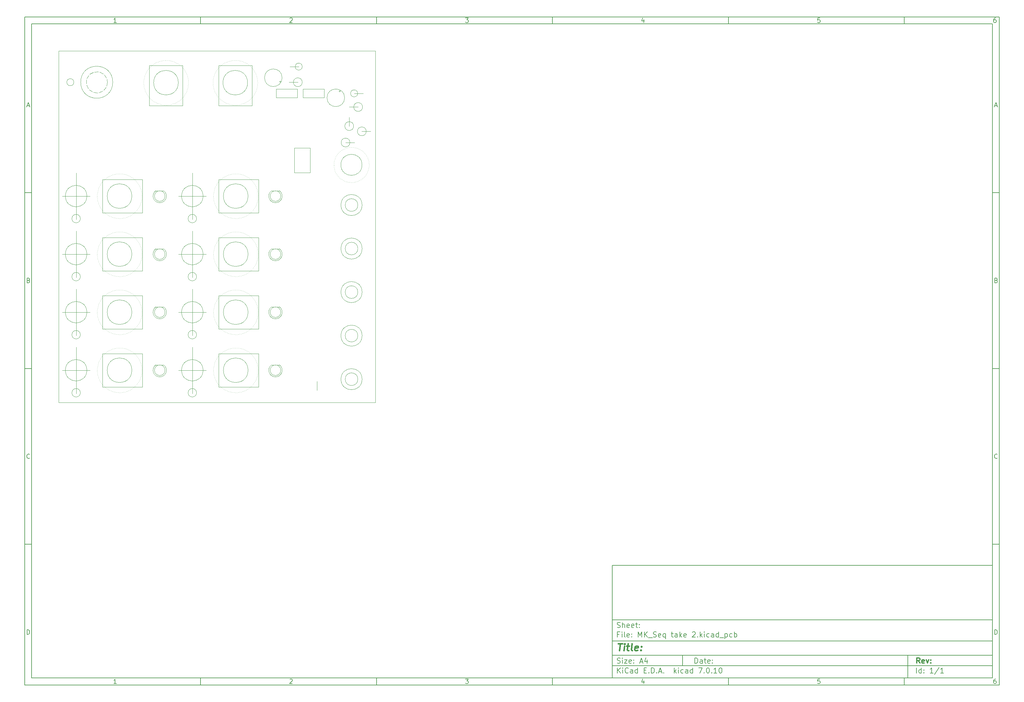
<source format=gbr>
G04 #@! TF.GenerationSoftware,KiCad,Pcbnew,7.0.10*
G04 #@! TF.CreationDate,2024-08-23T20:50:03+10:00*
G04 #@! TF.ProjectId,MK_Seq take 2,4d4b5f53-6571-4207-9461-6b6520322e6b,rev?*
G04 #@! TF.SameCoordinates,Original*
G04 #@! TF.FileFunction,AssemblyDrawing,Top*
%FSLAX46Y46*%
G04 Gerber Fmt 4.6, Leading zero omitted, Abs format (unit mm)*
G04 Created by KiCad (PCBNEW 7.0.10) date 2024-08-23 20:50:03*
%MOMM*%
%LPD*%
G01*
G04 APERTURE LIST*
%ADD10C,0.100000*%
%ADD11C,0.150000*%
%ADD12C,0.300000*%
%ADD13C,0.400000*%
%ADD14C,0.010000*%
%ADD15C,0.025000*%
%ADD16C,0.120000*%
G04 #@! TA.AperFunction,Profile*
%ADD17C,0.100000*%
G04 #@! TD*
G04 APERTURE END LIST*
D10*
D11*
X177002200Y-166007200D02*
X285002200Y-166007200D01*
X285002200Y-198007200D01*
X177002200Y-198007200D01*
X177002200Y-166007200D01*
D10*
D11*
X10000000Y-10000000D02*
X287002200Y-10000000D01*
X287002200Y-200007200D01*
X10000000Y-200007200D01*
X10000000Y-10000000D01*
D10*
D11*
X12000000Y-12000000D02*
X285002200Y-12000000D01*
X285002200Y-198007200D01*
X12000000Y-198007200D01*
X12000000Y-12000000D01*
D10*
D11*
X60000000Y-12000000D02*
X60000000Y-10000000D01*
D10*
D11*
X110000000Y-12000000D02*
X110000000Y-10000000D01*
D10*
D11*
X160000000Y-12000000D02*
X160000000Y-10000000D01*
D10*
D11*
X210000000Y-12000000D02*
X210000000Y-10000000D01*
D10*
D11*
X260000000Y-12000000D02*
X260000000Y-10000000D01*
D10*
D11*
X36089160Y-11593604D02*
X35346303Y-11593604D01*
X35717731Y-11593604D02*
X35717731Y-10293604D01*
X35717731Y-10293604D02*
X35593922Y-10479319D01*
X35593922Y-10479319D02*
X35470112Y-10603128D01*
X35470112Y-10603128D02*
X35346303Y-10665033D01*
D10*
D11*
X85346303Y-10417414D02*
X85408207Y-10355509D01*
X85408207Y-10355509D02*
X85532017Y-10293604D01*
X85532017Y-10293604D02*
X85841541Y-10293604D01*
X85841541Y-10293604D02*
X85965350Y-10355509D01*
X85965350Y-10355509D02*
X86027255Y-10417414D01*
X86027255Y-10417414D02*
X86089160Y-10541223D01*
X86089160Y-10541223D02*
X86089160Y-10665033D01*
X86089160Y-10665033D02*
X86027255Y-10850747D01*
X86027255Y-10850747D02*
X85284398Y-11593604D01*
X85284398Y-11593604D02*
X86089160Y-11593604D01*
D10*
D11*
X135284398Y-10293604D02*
X136089160Y-10293604D01*
X136089160Y-10293604D02*
X135655826Y-10788842D01*
X135655826Y-10788842D02*
X135841541Y-10788842D01*
X135841541Y-10788842D02*
X135965350Y-10850747D01*
X135965350Y-10850747D02*
X136027255Y-10912652D01*
X136027255Y-10912652D02*
X136089160Y-11036461D01*
X136089160Y-11036461D02*
X136089160Y-11345985D01*
X136089160Y-11345985D02*
X136027255Y-11469795D01*
X136027255Y-11469795D02*
X135965350Y-11531700D01*
X135965350Y-11531700D02*
X135841541Y-11593604D01*
X135841541Y-11593604D02*
X135470112Y-11593604D01*
X135470112Y-11593604D02*
X135346303Y-11531700D01*
X135346303Y-11531700D02*
X135284398Y-11469795D01*
D10*
D11*
X185965350Y-10726938D02*
X185965350Y-11593604D01*
X185655826Y-10231700D02*
X185346303Y-11160271D01*
X185346303Y-11160271D02*
X186151064Y-11160271D01*
D10*
D11*
X236027255Y-10293604D02*
X235408207Y-10293604D01*
X235408207Y-10293604D02*
X235346303Y-10912652D01*
X235346303Y-10912652D02*
X235408207Y-10850747D01*
X235408207Y-10850747D02*
X235532017Y-10788842D01*
X235532017Y-10788842D02*
X235841541Y-10788842D01*
X235841541Y-10788842D02*
X235965350Y-10850747D01*
X235965350Y-10850747D02*
X236027255Y-10912652D01*
X236027255Y-10912652D02*
X236089160Y-11036461D01*
X236089160Y-11036461D02*
X236089160Y-11345985D01*
X236089160Y-11345985D02*
X236027255Y-11469795D01*
X236027255Y-11469795D02*
X235965350Y-11531700D01*
X235965350Y-11531700D02*
X235841541Y-11593604D01*
X235841541Y-11593604D02*
X235532017Y-11593604D01*
X235532017Y-11593604D02*
X235408207Y-11531700D01*
X235408207Y-11531700D02*
X235346303Y-11469795D01*
D10*
D11*
X285965350Y-10293604D02*
X285717731Y-10293604D01*
X285717731Y-10293604D02*
X285593922Y-10355509D01*
X285593922Y-10355509D02*
X285532017Y-10417414D01*
X285532017Y-10417414D02*
X285408207Y-10603128D01*
X285408207Y-10603128D02*
X285346303Y-10850747D01*
X285346303Y-10850747D02*
X285346303Y-11345985D01*
X285346303Y-11345985D02*
X285408207Y-11469795D01*
X285408207Y-11469795D02*
X285470112Y-11531700D01*
X285470112Y-11531700D02*
X285593922Y-11593604D01*
X285593922Y-11593604D02*
X285841541Y-11593604D01*
X285841541Y-11593604D02*
X285965350Y-11531700D01*
X285965350Y-11531700D02*
X286027255Y-11469795D01*
X286027255Y-11469795D02*
X286089160Y-11345985D01*
X286089160Y-11345985D02*
X286089160Y-11036461D01*
X286089160Y-11036461D02*
X286027255Y-10912652D01*
X286027255Y-10912652D02*
X285965350Y-10850747D01*
X285965350Y-10850747D02*
X285841541Y-10788842D01*
X285841541Y-10788842D02*
X285593922Y-10788842D01*
X285593922Y-10788842D02*
X285470112Y-10850747D01*
X285470112Y-10850747D02*
X285408207Y-10912652D01*
X285408207Y-10912652D02*
X285346303Y-11036461D01*
D10*
D11*
X60000000Y-198007200D02*
X60000000Y-200007200D01*
D10*
D11*
X110000000Y-198007200D02*
X110000000Y-200007200D01*
D10*
D11*
X160000000Y-198007200D02*
X160000000Y-200007200D01*
D10*
D11*
X210000000Y-198007200D02*
X210000000Y-200007200D01*
D10*
D11*
X260000000Y-198007200D02*
X260000000Y-200007200D01*
D10*
D11*
X36089160Y-199600804D02*
X35346303Y-199600804D01*
X35717731Y-199600804D02*
X35717731Y-198300804D01*
X35717731Y-198300804D02*
X35593922Y-198486519D01*
X35593922Y-198486519D02*
X35470112Y-198610328D01*
X35470112Y-198610328D02*
X35346303Y-198672233D01*
D10*
D11*
X85346303Y-198424614D02*
X85408207Y-198362709D01*
X85408207Y-198362709D02*
X85532017Y-198300804D01*
X85532017Y-198300804D02*
X85841541Y-198300804D01*
X85841541Y-198300804D02*
X85965350Y-198362709D01*
X85965350Y-198362709D02*
X86027255Y-198424614D01*
X86027255Y-198424614D02*
X86089160Y-198548423D01*
X86089160Y-198548423D02*
X86089160Y-198672233D01*
X86089160Y-198672233D02*
X86027255Y-198857947D01*
X86027255Y-198857947D02*
X85284398Y-199600804D01*
X85284398Y-199600804D02*
X86089160Y-199600804D01*
D10*
D11*
X135284398Y-198300804D02*
X136089160Y-198300804D01*
X136089160Y-198300804D02*
X135655826Y-198796042D01*
X135655826Y-198796042D02*
X135841541Y-198796042D01*
X135841541Y-198796042D02*
X135965350Y-198857947D01*
X135965350Y-198857947D02*
X136027255Y-198919852D01*
X136027255Y-198919852D02*
X136089160Y-199043661D01*
X136089160Y-199043661D02*
X136089160Y-199353185D01*
X136089160Y-199353185D02*
X136027255Y-199476995D01*
X136027255Y-199476995D02*
X135965350Y-199538900D01*
X135965350Y-199538900D02*
X135841541Y-199600804D01*
X135841541Y-199600804D02*
X135470112Y-199600804D01*
X135470112Y-199600804D02*
X135346303Y-199538900D01*
X135346303Y-199538900D02*
X135284398Y-199476995D01*
D10*
D11*
X185965350Y-198734138D02*
X185965350Y-199600804D01*
X185655826Y-198238900D02*
X185346303Y-199167471D01*
X185346303Y-199167471D02*
X186151064Y-199167471D01*
D10*
D11*
X236027255Y-198300804D02*
X235408207Y-198300804D01*
X235408207Y-198300804D02*
X235346303Y-198919852D01*
X235346303Y-198919852D02*
X235408207Y-198857947D01*
X235408207Y-198857947D02*
X235532017Y-198796042D01*
X235532017Y-198796042D02*
X235841541Y-198796042D01*
X235841541Y-198796042D02*
X235965350Y-198857947D01*
X235965350Y-198857947D02*
X236027255Y-198919852D01*
X236027255Y-198919852D02*
X236089160Y-199043661D01*
X236089160Y-199043661D02*
X236089160Y-199353185D01*
X236089160Y-199353185D02*
X236027255Y-199476995D01*
X236027255Y-199476995D02*
X235965350Y-199538900D01*
X235965350Y-199538900D02*
X235841541Y-199600804D01*
X235841541Y-199600804D02*
X235532017Y-199600804D01*
X235532017Y-199600804D02*
X235408207Y-199538900D01*
X235408207Y-199538900D02*
X235346303Y-199476995D01*
D10*
D11*
X285965350Y-198300804D02*
X285717731Y-198300804D01*
X285717731Y-198300804D02*
X285593922Y-198362709D01*
X285593922Y-198362709D02*
X285532017Y-198424614D01*
X285532017Y-198424614D02*
X285408207Y-198610328D01*
X285408207Y-198610328D02*
X285346303Y-198857947D01*
X285346303Y-198857947D02*
X285346303Y-199353185D01*
X285346303Y-199353185D02*
X285408207Y-199476995D01*
X285408207Y-199476995D02*
X285470112Y-199538900D01*
X285470112Y-199538900D02*
X285593922Y-199600804D01*
X285593922Y-199600804D02*
X285841541Y-199600804D01*
X285841541Y-199600804D02*
X285965350Y-199538900D01*
X285965350Y-199538900D02*
X286027255Y-199476995D01*
X286027255Y-199476995D02*
X286089160Y-199353185D01*
X286089160Y-199353185D02*
X286089160Y-199043661D01*
X286089160Y-199043661D02*
X286027255Y-198919852D01*
X286027255Y-198919852D02*
X285965350Y-198857947D01*
X285965350Y-198857947D02*
X285841541Y-198796042D01*
X285841541Y-198796042D02*
X285593922Y-198796042D01*
X285593922Y-198796042D02*
X285470112Y-198857947D01*
X285470112Y-198857947D02*
X285408207Y-198919852D01*
X285408207Y-198919852D02*
X285346303Y-199043661D01*
D10*
D11*
X10000000Y-60000000D02*
X12000000Y-60000000D01*
D10*
D11*
X10000000Y-110000000D02*
X12000000Y-110000000D01*
D10*
D11*
X10000000Y-160000000D02*
X12000000Y-160000000D01*
D10*
D11*
X10690476Y-35222176D02*
X11309523Y-35222176D01*
X10566666Y-35593604D02*
X10999999Y-34293604D01*
X10999999Y-34293604D02*
X11433333Y-35593604D01*
D10*
D11*
X11092857Y-84912652D02*
X11278571Y-84974557D01*
X11278571Y-84974557D02*
X11340476Y-85036461D01*
X11340476Y-85036461D02*
X11402380Y-85160271D01*
X11402380Y-85160271D02*
X11402380Y-85345985D01*
X11402380Y-85345985D02*
X11340476Y-85469795D01*
X11340476Y-85469795D02*
X11278571Y-85531700D01*
X11278571Y-85531700D02*
X11154761Y-85593604D01*
X11154761Y-85593604D02*
X10659523Y-85593604D01*
X10659523Y-85593604D02*
X10659523Y-84293604D01*
X10659523Y-84293604D02*
X11092857Y-84293604D01*
X11092857Y-84293604D02*
X11216666Y-84355509D01*
X11216666Y-84355509D02*
X11278571Y-84417414D01*
X11278571Y-84417414D02*
X11340476Y-84541223D01*
X11340476Y-84541223D02*
X11340476Y-84665033D01*
X11340476Y-84665033D02*
X11278571Y-84788842D01*
X11278571Y-84788842D02*
X11216666Y-84850747D01*
X11216666Y-84850747D02*
X11092857Y-84912652D01*
X11092857Y-84912652D02*
X10659523Y-84912652D01*
D10*
D11*
X11402380Y-135469795D02*
X11340476Y-135531700D01*
X11340476Y-135531700D02*
X11154761Y-135593604D01*
X11154761Y-135593604D02*
X11030952Y-135593604D01*
X11030952Y-135593604D02*
X10845238Y-135531700D01*
X10845238Y-135531700D02*
X10721428Y-135407890D01*
X10721428Y-135407890D02*
X10659523Y-135284080D01*
X10659523Y-135284080D02*
X10597619Y-135036461D01*
X10597619Y-135036461D02*
X10597619Y-134850747D01*
X10597619Y-134850747D02*
X10659523Y-134603128D01*
X10659523Y-134603128D02*
X10721428Y-134479319D01*
X10721428Y-134479319D02*
X10845238Y-134355509D01*
X10845238Y-134355509D02*
X11030952Y-134293604D01*
X11030952Y-134293604D02*
X11154761Y-134293604D01*
X11154761Y-134293604D02*
X11340476Y-134355509D01*
X11340476Y-134355509D02*
X11402380Y-134417414D01*
D10*
D11*
X10659523Y-185593604D02*
X10659523Y-184293604D01*
X10659523Y-184293604D02*
X10969047Y-184293604D01*
X10969047Y-184293604D02*
X11154761Y-184355509D01*
X11154761Y-184355509D02*
X11278571Y-184479319D01*
X11278571Y-184479319D02*
X11340476Y-184603128D01*
X11340476Y-184603128D02*
X11402380Y-184850747D01*
X11402380Y-184850747D02*
X11402380Y-185036461D01*
X11402380Y-185036461D02*
X11340476Y-185284080D01*
X11340476Y-185284080D02*
X11278571Y-185407890D01*
X11278571Y-185407890D02*
X11154761Y-185531700D01*
X11154761Y-185531700D02*
X10969047Y-185593604D01*
X10969047Y-185593604D02*
X10659523Y-185593604D01*
D10*
D11*
X287002200Y-60000000D02*
X285002200Y-60000000D01*
D10*
D11*
X287002200Y-110000000D02*
X285002200Y-110000000D01*
D10*
D11*
X287002200Y-160000000D02*
X285002200Y-160000000D01*
D10*
D11*
X285692676Y-35222176D02*
X286311723Y-35222176D01*
X285568866Y-35593604D02*
X286002199Y-34293604D01*
X286002199Y-34293604D02*
X286435533Y-35593604D01*
D10*
D11*
X286095057Y-84912652D02*
X286280771Y-84974557D01*
X286280771Y-84974557D02*
X286342676Y-85036461D01*
X286342676Y-85036461D02*
X286404580Y-85160271D01*
X286404580Y-85160271D02*
X286404580Y-85345985D01*
X286404580Y-85345985D02*
X286342676Y-85469795D01*
X286342676Y-85469795D02*
X286280771Y-85531700D01*
X286280771Y-85531700D02*
X286156961Y-85593604D01*
X286156961Y-85593604D02*
X285661723Y-85593604D01*
X285661723Y-85593604D02*
X285661723Y-84293604D01*
X285661723Y-84293604D02*
X286095057Y-84293604D01*
X286095057Y-84293604D02*
X286218866Y-84355509D01*
X286218866Y-84355509D02*
X286280771Y-84417414D01*
X286280771Y-84417414D02*
X286342676Y-84541223D01*
X286342676Y-84541223D02*
X286342676Y-84665033D01*
X286342676Y-84665033D02*
X286280771Y-84788842D01*
X286280771Y-84788842D02*
X286218866Y-84850747D01*
X286218866Y-84850747D02*
X286095057Y-84912652D01*
X286095057Y-84912652D02*
X285661723Y-84912652D01*
D10*
D11*
X286404580Y-135469795D02*
X286342676Y-135531700D01*
X286342676Y-135531700D02*
X286156961Y-135593604D01*
X286156961Y-135593604D02*
X286033152Y-135593604D01*
X286033152Y-135593604D02*
X285847438Y-135531700D01*
X285847438Y-135531700D02*
X285723628Y-135407890D01*
X285723628Y-135407890D02*
X285661723Y-135284080D01*
X285661723Y-135284080D02*
X285599819Y-135036461D01*
X285599819Y-135036461D02*
X285599819Y-134850747D01*
X285599819Y-134850747D02*
X285661723Y-134603128D01*
X285661723Y-134603128D02*
X285723628Y-134479319D01*
X285723628Y-134479319D02*
X285847438Y-134355509D01*
X285847438Y-134355509D02*
X286033152Y-134293604D01*
X286033152Y-134293604D02*
X286156961Y-134293604D01*
X286156961Y-134293604D02*
X286342676Y-134355509D01*
X286342676Y-134355509D02*
X286404580Y-134417414D01*
D10*
D11*
X285661723Y-185593604D02*
X285661723Y-184293604D01*
X285661723Y-184293604D02*
X285971247Y-184293604D01*
X285971247Y-184293604D02*
X286156961Y-184355509D01*
X286156961Y-184355509D02*
X286280771Y-184479319D01*
X286280771Y-184479319D02*
X286342676Y-184603128D01*
X286342676Y-184603128D02*
X286404580Y-184850747D01*
X286404580Y-184850747D02*
X286404580Y-185036461D01*
X286404580Y-185036461D02*
X286342676Y-185284080D01*
X286342676Y-185284080D02*
X286280771Y-185407890D01*
X286280771Y-185407890D02*
X286156961Y-185531700D01*
X286156961Y-185531700D02*
X285971247Y-185593604D01*
X285971247Y-185593604D02*
X285661723Y-185593604D01*
D10*
D11*
X200458026Y-193793328D02*
X200458026Y-192293328D01*
X200458026Y-192293328D02*
X200815169Y-192293328D01*
X200815169Y-192293328D02*
X201029455Y-192364757D01*
X201029455Y-192364757D02*
X201172312Y-192507614D01*
X201172312Y-192507614D02*
X201243741Y-192650471D01*
X201243741Y-192650471D02*
X201315169Y-192936185D01*
X201315169Y-192936185D02*
X201315169Y-193150471D01*
X201315169Y-193150471D02*
X201243741Y-193436185D01*
X201243741Y-193436185D02*
X201172312Y-193579042D01*
X201172312Y-193579042D02*
X201029455Y-193721900D01*
X201029455Y-193721900D02*
X200815169Y-193793328D01*
X200815169Y-193793328D02*
X200458026Y-193793328D01*
X202600884Y-193793328D02*
X202600884Y-193007614D01*
X202600884Y-193007614D02*
X202529455Y-192864757D01*
X202529455Y-192864757D02*
X202386598Y-192793328D01*
X202386598Y-192793328D02*
X202100884Y-192793328D01*
X202100884Y-192793328D02*
X201958026Y-192864757D01*
X202600884Y-193721900D02*
X202458026Y-193793328D01*
X202458026Y-193793328D02*
X202100884Y-193793328D01*
X202100884Y-193793328D02*
X201958026Y-193721900D01*
X201958026Y-193721900D02*
X201886598Y-193579042D01*
X201886598Y-193579042D02*
X201886598Y-193436185D01*
X201886598Y-193436185D02*
X201958026Y-193293328D01*
X201958026Y-193293328D02*
X202100884Y-193221900D01*
X202100884Y-193221900D02*
X202458026Y-193221900D01*
X202458026Y-193221900D02*
X202600884Y-193150471D01*
X203100884Y-192793328D02*
X203672312Y-192793328D01*
X203315169Y-192293328D02*
X203315169Y-193579042D01*
X203315169Y-193579042D02*
X203386598Y-193721900D01*
X203386598Y-193721900D02*
X203529455Y-193793328D01*
X203529455Y-193793328D02*
X203672312Y-193793328D01*
X204743741Y-193721900D02*
X204600884Y-193793328D01*
X204600884Y-193793328D02*
X204315170Y-193793328D01*
X204315170Y-193793328D02*
X204172312Y-193721900D01*
X204172312Y-193721900D02*
X204100884Y-193579042D01*
X204100884Y-193579042D02*
X204100884Y-193007614D01*
X204100884Y-193007614D02*
X204172312Y-192864757D01*
X204172312Y-192864757D02*
X204315170Y-192793328D01*
X204315170Y-192793328D02*
X204600884Y-192793328D01*
X204600884Y-192793328D02*
X204743741Y-192864757D01*
X204743741Y-192864757D02*
X204815170Y-193007614D01*
X204815170Y-193007614D02*
X204815170Y-193150471D01*
X204815170Y-193150471D02*
X204100884Y-193293328D01*
X205458026Y-193650471D02*
X205529455Y-193721900D01*
X205529455Y-193721900D02*
X205458026Y-193793328D01*
X205458026Y-193793328D02*
X205386598Y-193721900D01*
X205386598Y-193721900D02*
X205458026Y-193650471D01*
X205458026Y-193650471D02*
X205458026Y-193793328D01*
X205458026Y-192864757D02*
X205529455Y-192936185D01*
X205529455Y-192936185D02*
X205458026Y-193007614D01*
X205458026Y-193007614D02*
X205386598Y-192936185D01*
X205386598Y-192936185D02*
X205458026Y-192864757D01*
X205458026Y-192864757D02*
X205458026Y-193007614D01*
D10*
D11*
X177002200Y-194507200D02*
X285002200Y-194507200D01*
D10*
D11*
X178458026Y-196593328D02*
X178458026Y-195093328D01*
X179315169Y-196593328D02*
X178672312Y-195736185D01*
X179315169Y-195093328D02*
X178458026Y-195950471D01*
X179958026Y-196593328D02*
X179958026Y-195593328D01*
X179958026Y-195093328D02*
X179886598Y-195164757D01*
X179886598Y-195164757D02*
X179958026Y-195236185D01*
X179958026Y-195236185D02*
X180029455Y-195164757D01*
X180029455Y-195164757D02*
X179958026Y-195093328D01*
X179958026Y-195093328D02*
X179958026Y-195236185D01*
X181529455Y-196450471D02*
X181458027Y-196521900D01*
X181458027Y-196521900D02*
X181243741Y-196593328D01*
X181243741Y-196593328D02*
X181100884Y-196593328D01*
X181100884Y-196593328D02*
X180886598Y-196521900D01*
X180886598Y-196521900D02*
X180743741Y-196379042D01*
X180743741Y-196379042D02*
X180672312Y-196236185D01*
X180672312Y-196236185D02*
X180600884Y-195950471D01*
X180600884Y-195950471D02*
X180600884Y-195736185D01*
X180600884Y-195736185D02*
X180672312Y-195450471D01*
X180672312Y-195450471D02*
X180743741Y-195307614D01*
X180743741Y-195307614D02*
X180886598Y-195164757D01*
X180886598Y-195164757D02*
X181100884Y-195093328D01*
X181100884Y-195093328D02*
X181243741Y-195093328D01*
X181243741Y-195093328D02*
X181458027Y-195164757D01*
X181458027Y-195164757D02*
X181529455Y-195236185D01*
X182815170Y-196593328D02*
X182815170Y-195807614D01*
X182815170Y-195807614D02*
X182743741Y-195664757D01*
X182743741Y-195664757D02*
X182600884Y-195593328D01*
X182600884Y-195593328D02*
X182315170Y-195593328D01*
X182315170Y-195593328D02*
X182172312Y-195664757D01*
X182815170Y-196521900D02*
X182672312Y-196593328D01*
X182672312Y-196593328D02*
X182315170Y-196593328D01*
X182315170Y-196593328D02*
X182172312Y-196521900D01*
X182172312Y-196521900D02*
X182100884Y-196379042D01*
X182100884Y-196379042D02*
X182100884Y-196236185D01*
X182100884Y-196236185D02*
X182172312Y-196093328D01*
X182172312Y-196093328D02*
X182315170Y-196021900D01*
X182315170Y-196021900D02*
X182672312Y-196021900D01*
X182672312Y-196021900D02*
X182815170Y-195950471D01*
X184172313Y-196593328D02*
X184172313Y-195093328D01*
X184172313Y-196521900D02*
X184029455Y-196593328D01*
X184029455Y-196593328D02*
X183743741Y-196593328D01*
X183743741Y-196593328D02*
X183600884Y-196521900D01*
X183600884Y-196521900D02*
X183529455Y-196450471D01*
X183529455Y-196450471D02*
X183458027Y-196307614D01*
X183458027Y-196307614D02*
X183458027Y-195879042D01*
X183458027Y-195879042D02*
X183529455Y-195736185D01*
X183529455Y-195736185D02*
X183600884Y-195664757D01*
X183600884Y-195664757D02*
X183743741Y-195593328D01*
X183743741Y-195593328D02*
X184029455Y-195593328D01*
X184029455Y-195593328D02*
X184172313Y-195664757D01*
X186029455Y-195807614D02*
X186529455Y-195807614D01*
X186743741Y-196593328D02*
X186029455Y-196593328D01*
X186029455Y-196593328D02*
X186029455Y-195093328D01*
X186029455Y-195093328D02*
X186743741Y-195093328D01*
X187386598Y-196450471D02*
X187458027Y-196521900D01*
X187458027Y-196521900D02*
X187386598Y-196593328D01*
X187386598Y-196593328D02*
X187315170Y-196521900D01*
X187315170Y-196521900D02*
X187386598Y-196450471D01*
X187386598Y-196450471D02*
X187386598Y-196593328D01*
X188100884Y-196593328D02*
X188100884Y-195093328D01*
X188100884Y-195093328D02*
X188458027Y-195093328D01*
X188458027Y-195093328D02*
X188672313Y-195164757D01*
X188672313Y-195164757D02*
X188815170Y-195307614D01*
X188815170Y-195307614D02*
X188886599Y-195450471D01*
X188886599Y-195450471D02*
X188958027Y-195736185D01*
X188958027Y-195736185D02*
X188958027Y-195950471D01*
X188958027Y-195950471D02*
X188886599Y-196236185D01*
X188886599Y-196236185D02*
X188815170Y-196379042D01*
X188815170Y-196379042D02*
X188672313Y-196521900D01*
X188672313Y-196521900D02*
X188458027Y-196593328D01*
X188458027Y-196593328D02*
X188100884Y-196593328D01*
X189600884Y-196450471D02*
X189672313Y-196521900D01*
X189672313Y-196521900D02*
X189600884Y-196593328D01*
X189600884Y-196593328D02*
X189529456Y-196521900D01*
X189529456Y-196521900D02*
X189600884Y-196450471D01*
X189600884Y-196450471D02*
X189600884Y-196593328D01*
X190243742Y-196164757D02*
X190958028Y-196164757D01*
X190100885Y-196593328D02*
X190600885Y-195093328D01*
X190600885Y-195093328D02*
X191100885Y-196593328D01*
X191600884Y-196450471D02*
X191672313Y-196521900D01*
X191672313Y-196521900D02*
X191600884Y-196593328D01*
X191600884Y-196593328D02*
X191529456Y-196521900D01*
X191529456Y-196521900D02*
X191600884Y-196450471D01*
X191600884Y-196450471D02*
X191600884Y-196593328D01*
X194600884Y-196593328D02*
X194600884Y-195093328D01*
X194743742Y-196021900D02*
X195172313Y-196593328D01*
X195172313Y-195593328D02*
X194600884Y-196164757D01*
X195815170Y-196593328D02*
X195815170Y-195593328D01*
X195815170Y-195093328D02*
X195743742Y-195164757D01*
X195743742Y-195164757D02*
X195815170Y-195236185D01*
X195815170Y-195236185D02*
X195886599Y-195164757D01*
X195886599Y-195164757D02*
X195815170Y-195093328D01*
X195815170Y-195093328D02*
X195815170Y-195236185D01*
X197172314Y-196521900D02*
X197029456Y-196593328D01*
X197029456Y-196593328D02*
X196743742Y-196593328D01*
X196743742Y-196593328D02*
X196600885Y-196521900D01*
X196600885Y-196521900D02*
X196529456Y-196450471D01*
X196529456Y-196450471D02*
X196458028Y-196307614D01*
X196458028Y-196307614D02*
X196458028Y-195879042D01*
X196458028Y-195879042D02*
X196529456Y-195736185D01*
X196529456Y-195736185D02*
X196600885Y-195664757D01*
X196600885Y-195664757D02*
X196743742Y-195593328D01*
X196743742Y-195593328D02*
X197029456Y-195593328D01*
X197029456Y-195593328D02*
X197172314Y-195664757D01*
X198458028Y-196593328D02*
X198458028Y-195807614D01*
X198458028Y-195807614D02*
X198386599Y-195664757D01*
X198386599Y-195664757D02*
X198243742Y-195593328D01*
X198243742Y-195593328D02*
X197958028Y-195593328D01*
X197958028Y-195593328D02*
X197815170Y-195664757D01*
X198458028Y-196521900D02*
X198315170Y-196593328D01*
X198315170Y-196593328D02*
X197958028Y-196593328D01*
X197958028Y-196593328D02*
X197815170Y-196521900D01*
X197815170Y-196521900D02*
X197743742Y-196379042D01*
X197743742Y-196379042D02*
X197743742Y-196236185D01*
X197743742Y-196236185D02*
X197815170Y-196093328D01*
X197815170Y-196093328D02*
X197958028Y-196021900D01*
X197958028Y-196021900D02*
X198315170Y-196021900D01*
X198315170Y-196021900D02*
X198458028Y-195950471D01*
X199815171Y-196593328D02*
X199815171Y-195093328D01*
X199815171Y-196521900D02*
X199672313Y-196593328D01*
X199672313Y-196593328D02*
X199386599Y-196593328D01*
X199386599Y-196593328D02*
X199243742Y-196521900D01*
X199243742Y-196521900D02*
X199172313Y-196450471D01*
X199172313Y-196450471D02*
X199100885Y-196307614D01*
X199100885Y-196307614D02*
X199100885Y-195879042D01*
X199100885Y-195879042D02*
X199172313Y-195736185D01*
X199172313Y-195736185D02*
X199243742Y-195664757D01*
X199243742Y-195664757D02*
X199386599Y-195593328D01*
X199386599Y-195593328D02*
X199672313Y-195593328D01*
X199672313Y-195593328D02*
X199815171Y-195664757D01*
X201529456Y-195093328D02*
X202529456Y-195093328D01*
X202529456Y-195093328D02*
X201886599Y-196593328D01*
X203100884Y-196450471D02*
X203172313Y-196521900D01*
X203172313Y-196521900D02*
X203100884Y-196593328D01*
X203100884Y-196593328D02*
X203029456Y-196521900D01*
X203029456Y-196521900D02*
X203100884Y-196450471D01*
X203100884Y-196450471D02*
X203100884Y-196593328D01*
X204100885Y-195093328D02*
X204243742Y-195093328D01*
X204243742Y-195093328D02*
X204386599Y-195164757D01*
X204386599Y-195164757D02*
X204458028Y-195236185D01*
X204458028Y-195236185D02*
X204529456Y-195379042D01*
X204529456Y-195379042D02*
X204600885Y-195664757D01*
X204600885Y-195664757D02*
X204600885Y-196021900D01*
X204600885Y-196021900D02*
X204529456Y-196307614D01*
X204529456Y-196307614D02*
X204458028Y-196450471D01*
X204458028Y-196450471D02*
X204386599Y-196521900D01*
X204386599Y-196521900D02*
X204243742Y-196593328D01*
X204243742Y-196593328D02*
X204100885Y-196593328D01*
X204100885Y-196593328D02*
X203958028Y-196521900D01*
X203958028Y-196521900D02*
X203886599Y-196450471D01*
X203886599Y-196450471D02*
X203815170Y-196307614D01*
X203815170Y-196307614D02*
X203743742Y-196021900D01*
X203743742Y-196021900D02*
X203743742Y-195664757D01*
X203743742Y-195664757D02*
X203815170Y-195379042D01*
X203815170Y-195379042D02*
X203886599Y-195236185D01*
X203886599Y-195236185D02*
X203958028Y-195164757D01*
X203958028Y-195164757D02*
X204100885Y-195093328D01*
X205243741Y-196450471D02*
X205315170Y-196521900D01*
X205315170Y-196521900D02*
X205243741Y-196593328D01*
X205243741Y-196593328D02*
X205172313Y-196521900D01*
X205172313Y-196521900D02*
X205243741Y-196450471D01*
X205243741Y-196450471D02*
X205243741Y-196593328D01*
X206743742Y-196593328D02*
X205886599Y-196593328D01*
X206315170Y-196593328D02*
X206315170Y-195093328D01*
X206315170Y-195093328D02*
X206172313Y-195307614D01*
X206172313Y-195307614D02*
X206029456Y-195450471D01*
X206029456Y-195450471D02*
X205886599Y-195521900D01*
X207672313Y-195093328D02*
X207815170Y-195093328D01*
X207815170Y-195093328D02*
X207958027Y-195164757D01*
X207958027Y-195164757D02*
X208029456Y-195236185D01*
X208029456Y-195236185D02*
X208100884Y-195379042D01*
X208100884Y-195379042D02*
X208172313Y-195664757D01*
X208172313Y-195664757D02*
X208172313Y-196021900D01*
X208172313Y-196021900D02*
X208100884Y-196307614D01*
X208100884Y-196307614D02*
X208029456Y-196450471D01*
X208029456Y-196450471D02*
X207958027Y-196521900D01*
X207958027Y-196521900D02*
X207815170Y-196593328D01*
X207815170Y-196593328D02*
X207672313Y-196593328D01*
X207672313Y-196593328D02*
X207529456Y-196521900D01*
X207529456Y-196521900D02*
X207458027Y-196450471D01*
X207458027Y-196450471D02*
X207386598Y-196307614D01*
X207386598Y-196307614D02*
X207315170Y-196021900D01*
X207315170Y-196021900D02*
X207315170Y-195664757D01*
X207315170Y-195664757D02*
X207386598Y-195379042D01*
X207386598Y-195379042D02*
X207458027Y-195236185D01*
X207458027Y-195236185D02*
X207529456Y-195164757D01*
X207529456Y-195164757D02*
X207672313Y-195093328D01*
D10*
D11*
X177002200Y-191507200D02*
X285002200Y-191507200D01*
D10*
D12*
X264413853Y-193785528D02*
X263913853Y-193071242D01*
X263556710Y-193785528D02*
X263556710Y-192285528D01*
X263556710Y-192285528D02*
X264128139Y-192285528D01*
X264128139Y-192285528D02*
X264270996Y-192356957D01*
X264270996Y-192356957D02*
X264342425Y-192428385D01*
X264342425Y-192428385D02*
X264413853Y-192571242D01*
X264413853Y-192571242D02*
X264413853Y-192785528D01*
X264413853Y-192785528D02*
X264342425Y-192928385D01*
X264342425Y-192928385D02*
X264270996Y-192999814D01*
X264270996Y-192999814D02*
X264128139Y-193071242D01*
X264128139Y-193071242D02*
X263556710Y-193071242D01*
X265628139Y-193714100D02*
X265485282Y-193785528D01*
X265485282Y-193785528D02*
X265199568Y-193785528D01*
X265199568Y-193785528D02*
X265056710Y-193714100D01*
X265056710Y-193714100D02*
X264985282Y-193571242D01*
X264985282Y-193571242D02*
X264985282Y-192999814D01*
X264985282Y-192999814D02*
X265056710Y-192856957D01*
X265056710Y-192856957D02*
X265199568Y-192785528D01*
X265199568Y-192785528D02*
X265485282Y-192785528D01*
X265485282Y-192785528D02*
X265628139Y-192856957D01*
X265628139Y-192856957D02*
X265699568Y-192999814D01*
X265699568Y-192999814D02*
X265699568Y-193142671D01*
X265699568Y-193142671D02*
X264985282Y-193285528D01*
X266199567Y-192785528D02*
X266556710Y-193785528D01*
X266556710Y-193785528D02*
X266913853Y-192785528D01*
X267485281Y-193642671D02*
X267556710Y-193714100D01*
X267556710Y-193714100D02*
X267485281Y-193785528D01*
X267485281Y-193785528D02*
X267413853Y-193714100D01*
X267413853Y-193714100D02*
X267485281Y-193642671D01*
X267485281Y-193642671D02*
X267485281Y-193785528D01*
X267485281Y-192856957D02*
X267556710Y-192928385D01*
X267556710Y-192928385D02*
X267485281Y-192999814D01*
X267485281Y-192999814D02*
X267413853Y-192928385D01*
X267413853Y-192928385D02*
X267485281Y-192856957D01*
X267485281Y-192856957D02*
X267485281Y-192999814D01*
D10*
D11*
X178386598Y-193721900D02*
X178600884Y-193793328D01*
X178600884Y-193793328D02*
X178958026Y-193793328D01*
X178958026Y-193793328D02*
X179100884Y-193721900D01*
X179100884Y-193721900D02*
X179172312Y-193650471D01*
X179172312Y-193650471D02*
X179243741Y-193507614D01*
X179243741Y-193507614D02*
X179243741Y-193364757D01*
X179243741Y-193364757D02*
X179172312Y-193221900D01*
X179172312Y-193221900D02*
X179100884Y-193150471D01*
X179100884Y-193150471D02*
X178958026Y-193079042D01*
X178958026Y-193079042D02*
X178672312Y-193007614D01*
X178672312Y-193007614D02*
X178529455Y-192936185D01*
X178529455Y-192936185D02*
X178458026Y-192864757D01*
X178458026Y-192864757D02*
X178386598Y-192721900D01*
X178386598Y-192721900D02*
X178386598Y-192579042D01*
X178386598Y-192579042D02*
X178458026Y-192436185D01*
X178458026Y-192436185D02*
X178529455Y-192364757D01*
X178529455Y-192364757D02*
X178672312Y-192293328D01*
X178672312Y-192293328D02*
X179029455Y-192293328D01*
X179029455Y-192293328D02*
X179243741Y-192364757D01*
X179886597Y-193793328D02*
X179886597Y-192793328D01*
X179886597Y-192293328D02*
X179815169Y-192364757D01*
X179815169Y-192364757D02*
X179886597Y-192436185D01*
X179886597Y-192436185D02*
X179958026Y-192364757D01*
X179958026Y-192364757D02*
X179886597Y-192293328D01*
X179886597Y-192293328D02*
X179886597Y-192436185D01*
X180458026Y-192793328D02*
X181243741Y-192793328D01*
X181243741Y-192793328D02*
X180458026Y-193793328D01*
X180458026Y-193793328D02*
X181243741Y-193793328D01*
X182386598Y-193721900D02*
X182243741Y-193793328D01*
X182243741Y-193793328D02*
X181958027Y-193793328D01*
X181958027Y-193793328D02*
X181815169Y-193721900D01*
X181815169Y-193721900D02*
X181743741Y-193579042D01*
X181743741Y-193579042D02*
X181743741Y-193007614D01*
X181743741Y-193007614D02*
X181815169Y-192864757D01*
X181815169Y-192864757D02*
X181958027Y-192793328D01*
X181958027Y-192793328D02*
X182243741Y-192793328D01*
X182243741Y-192793328D02*
X182386598Y-192864757D01*
X182386598Y-192864757D02*
X182458027Y-193007614D01*
X182458027Y-193007614D02*
X182458027Y-193150471D01*
X182458027Y-193150471D02*
X181743741Y-193293328D01*
X183100883Y-193650471D02*
X183172312Y-193721900D01*
X183172312Y-193721900D02*
X183100883Y-193793328D01*
X183100883Y-193793328D02*
X183029455Y-193721900D01*
X183029455Y-193721900D02*
X183100883Y-193650471D01*
X183100883Y-193650471D02*
X183100883Y-193793328D01*
X183100883Y-192864757D02*
X183172312Y-192936185D01*
X183172312Y-192936185D02*
X183100883Y-193007614D01*
X183100883Y-193007614D02*
X183029455Y-192936185D01*
X183029455Y-192936185D02*
X183100883Y-192864757D01*
X183100883Y-192864757D02*
X183100883Y-193007614D01*
X184886598Y-193364757D02*
X185600884Y-193364757D01*
X184743741Y-193793328D02*
X185243741Y-192293328D01*
X185243741Y-192293328D02*
X185743741Y-193793328D01*
X186886598Y-192793328D02*
X186886598Y-193793328D01*
X186529455Y-192221900D02*
X186172312Y-193293328D01*
X186172312Y-193293328D02*
X187100883Y-193293328D01*
D10*
D11*
X263458026Y-196593328D02*
X263458026Y-195093328D01*
X264815170Y-196593328D02*
X264815170Y-195093328D01*
X264815170Y-196521900D02*
X264672312Y-196593328D01*
X264672312Y-196593328D02*
X264386598Y-196593328D01*
X264386598Y-196593328D02*
X264243741Y-196521900D01*
X264243741Y-196521900D02*
X264172312Y-196450471D01*
X264172312Y-196450471D02*
X264100884Y-196307614D01*
X264100884Y-196307614D02*
X264100884Y-195879042D01*
X264100884Y-195879042D02*
X264172312Y-195736185D01*
X264172312Y-195736185D02*
X264243741Y-195664757D01*
X264243741Y-195664757D02*
X264386598Y-195593328D01*
X264386598Y-195593328D02*
X264672312Y-195593328D01*
X264672312Y-195593328D02*
X264815170Y-195664757D01*
X265529455Y-196450471D02*
X265600884Y-196521900D01*
X265600884Y-196521900D02*
X265529455Y-196593328D01*
X265529455Y-196593328D02*
X265458027Y-196521900D01*
X265458027Y-196521900D02*
X265529455Y-196450471D01*
X265529455Y-196450471D02*
X265529455Y-196593328D01*
X265529455Y-195664757D02*
X265600884Y-195736185D01*
X265600884Y-195736185D02*
X265529455Y-195807614D01*
X265529455Y-195807614D02*
X265458027Y-195736185D01*
X265458027Y-195736185D02*
X265529455Y-195664757D01*
X265529455Y-195664757D02*
X265529455Y-195807614D01*
X268172313Y-196593328D02*
X267315170Y-196593328D01*
X267743741Y-196593328D02*
X267743741Y-195093328D01*
X267743741Y-195093328D02*
X267600884Y-195307614D01*
X267600884Y-195307614D02*
X267458027Y-195450471D01*
X267458027Y-195450471D02*
X267315170Y-195521900D01*
X269886598Y-195021900D02*
X268600884Y-196950471D01*
X271172313Y-196593328D02*
X270315170Y-196593328D01*
X270743741Y-196593328D02*
X270743741Y-195093328D01*
X270743741Y-195093328D02*
X270600884Y-195307614D01*
X270600884Y-195307614D02*
X270458027Y-195450471D01*
X270458027Y-195450471D02*
X270315170Y-195521900D01*
D10*
D11*
X177002200Y-187507200D02*
X285002200Y-187507200D01*
D10*
D13*
X178693928Y-188211638D02*
X179836785Y-188211638D01*
X179015357Y-190211638D02*
X179265357Y-188211638D01*
X180253452Y-190211638D02*
X180420119Y-188878304D01*
X180503452Y-188211638D02*
X180396309Y-188306876D01*
X180396309Y-188306876D02*
X180479643Y-188402114D01*
X180479643Y-188402114D02*
X180586786Y-188306876D01*
X180586786Y-188306876D02*
X180503452Y-188211638D01*
X180503452Y-188211638D02*
X180479643Y-188402114D01*
X181086786Y-188878304D02*
X181848690Y-188878304D01*
X181455833Y-188211638D02*
X181241548Y-189925923D01*
X181241548Y-189925923D02*
X181312976Y-190116400D01*
X181312976Y-190116400D02*
X181491548Y-190211638D01*
X181491548Y-190211638D02*
X181682024Y-190211638D01*
X182634405Y-190211638D02*
X182455833Y-190116400D01*
X182455833Y-190116400D02*
X182384405Y-189925923D01*
X182384405Y-189925923D02*
X182598690Y-188211638D01*
X184170119Y-190116400D02*
X183967738Y-190211638D01*
X183967738Y-190211638D02*
X183586785Y-190211638D01*
X183586785Y-190211638D02*
X183408214Y-190116400D01*
X183408214Y-190116400D02*
X183336785Y-189925923D01*
X183336785Y-189925923D02*
X183432024Y-189164019D01*
X183432024Y-189164019D02*
X183551071Y-188973542D01*
X183551071Y-188973542D02*
X183753452Y-188878304D01*
X183753452Y-188878304D02*
X184134404Y-188878304D01*
X184134404Y-188878304D02*
X184312976Y-188973542D01*
X184312976Y-188973542D02*
X184384404Y-189164019D01*
X184384404Y-189164019D02*
X184360595Y-189354495D01*
X184360595Y-189354495D02*
X183384404Y-189544971D01*
X185134405Y-190021161D02*
X185217738Y-190116400D01*
X185217738Y-190116400D02*
X185110595Y-190211638D01*
X185110595Y-190211638D02*
X185027262Y-190116400D01*
X185027262Y-190116400D02*
X185134405Y-190021161D01*
X185134405Y-190021161D02*
X185110595Y-190211638D01*
X185265357Y-188973542D02*
X185348690Y-189068780D01*
X185348690Y-189068780D02*
X185241548Y-189164019D01*
X185241548Y-189164019D02*
X185158214Y-189068780D01*
X185158214Y-189068780D02*
X185265357Y-188973542D01*
X185265357Y-188973542D02*
X185241548Y-189164019D01*
D10*
D11*
X178958026Y-185607614D02*
X178458026Y-185607614D01*
X178458026Y-186393328D02*
X178458026Y-184893328D01*
X178458026Y-184893328D02*
X179172312Y-184893328D01*
X179743740Y-186393328D02*
X179743740Y-185393328D01*
X179743740Y-184893328D02*
X179672312Y-184964757D01*
X179672312Y-184964757D02*
X179743740Y-185036185D01*
X179743740Y-185036185D02*
X179815169Y-184964757D01*
X179815169Y-184964757D02*
X179743740Y-184893328D01*
X179743740Y-184893328D02*
X179743740Y-185036185D01*
X180672312Y-186393328D02*
X180529455Y-186321900D01*
X180529455Y-186321900D02*
X180458026Y-186179042D01*
X180458026Y-186179042D02*
X180458026Y-184893328D01*
X181815169Y-186321900D02*
X181672312Y-186393328D01*
X181672312Y-186393328D02*
X181386598Y-186393328D01*
X181386598Y-186393328D02*
X181243740Y-186321900D01*
X181243740Y-186321900D02*
X181172312Y-186179042D01*
X181172312Y-186179042D02*
X181172312Y-185607614D01*
X181172312Y-185607614D02*
X181243740Y-185464757D01*
X181243740Y-185464757D02*
X181386598Y-185393328D01*
X181386598Y-185393328D02*
X181672312Y-185393328D01*
X181672312Y-185393328D02*
X181815169Y-185464757D01*
X181815169Y-185464757D02*
X181886598Y-185607614D01*
X181886598Y-185607614D02*
X181886598Y-185750471D01*
X181886598Y-185750471D02*
X181172312Y-185893328D01*
X182529454Y-186250471D02*
X182600883Y-186321900D01*
X182600883Y-186321900D02*
X182529454Y-186393328D01*
X182529454Y-186393328D02*
X182458026Y-186321900D01*
X182458026Y-186321900D02*
X182529454Y-186250471D01*
X182529454Y-186250471D02*
X182529454Y-186393328D01*
X182529454Y-185464757D02*
X182600883Y-185536185D01*
X182600883Y-185536185D02*
X182529454Y-185607614D01*
X182529454Y-185607614D02*
X182458026Y-185536185D01*
X182458026Y-185536185D02*
X182529454Y-185464757D01*
X182529454Y-185464757D02*
X182529454Y-185607614D01*
X184386597Y-186393328D02*
X184386597Y-184893328D01*
X184386597Y-184893328D02*
X184886597Y-185964757D01*
X184886597Y-185964757D02*
X185386597Y-184893328D01*
X185386597Y-184893328D02*
X185386597Y-186393328D01*
X186100883Y-186393328D02*
X186100883Y-184893328D01*
X186958026Y-186393328D02*
X186315169Y-185536185D01*
X186958026Y-184893328D02*
X186100883Y-185750471D01*
X187243741Y-186536185D02*
X188386598Y-186536185D01*
X188672312Y-186321900D02*
X188886598Y-186393328D01*
X188886598Y-186393328D02*
X189243740Y-186393328D01*
X189243740Y-186393328D02*
X189386598Y-186321900D01*
X189386598Y-186321900D02*
X189458026Y-186250471D01*
X189458026Y-186250471D02*
X189529455Y-186107614D01*
X189529455Y-186107614D02*
X189529455Y-185964757D01*
X189529455Y-185964757D02*
X189458026Y-185821900D01*
X189458026Y-185821900D02*
X189386598Y-185750471D01*
X189386598Y-185750471D02*
X189243740Y-185679042D01*
X189243740Y-185679042D02*
X188958026Y-185607614D01*
X188958026Y-185607614D02*
X188815169Y-185536185D01*
X188815169Y-185536185D02*
X188743740Y-185464757D01*
X188743740Y-185464757D02*
X188672312Y-185321900D01*
X188672312Y-185321900D02*
X188672312Y-185179042D01*
X188672312Y-185179042D02*
X188743740Y-185036185D01*
X188743740Y-185036185D02*
X188815169Y-184964757D01*
X188815169Y-184964757D02*
X188958026Y-184893328D01*
X188958026Y-184893328D02*
X189315169Y-184893328D01*
X189315169Y-184893328D02*
X189529455Y-184964757D01*
X190743740Y-186321900D02*
X190600883Y-186393328D01*
X190600883Y-186393328D02*
X190315169Y-186393328D01*
X190315169Y-186393328D02*
X190172311Y-186321900D01*
X190172311Y-186321900D02*
X190100883Y-186179042D01*
X190100883Y-186179042D02*
X190100883Y-185607614D01*
X190100883Y-185607614D02*
X190172311Y-185464757D01*
X190172311Y-185464757D02*
X190315169Y-185393328D01*
X190315169Y-185393328D02*
X190600883Y-185393328D01*
X190600883Y-185393328D02*
X190743740Y-185464757D01*
X190743740Y-185464757D02*
X190815169Y-185607614D01*
X190815169Y-185607614D02*
X190815169Y-185750471D01*
X190815169Y-185750471D02*
X190100883Y-185893328D01*
X192100883Y-185393328D02*
X192100883Y-186893328D01*
X192100883Y-186321900D02*
X191958025Y-186393328D01*
X191958025Y-186393328D02*
X191672311Y-186393328D01*
X191672311Y-186393328D02*
X191529454Y-186321900D01*
X191529454Y-186321900D02*
X191458025Y-186250471D01*
X191458025Y-186250471D02*
X191386597Y-186107614D01*
X191386597Y-186107614D02*
X191386597Y-185679042D01*
X191386597Y-185679042D02*
X191458025Y-185536185D01*
X191458025Y-185536185D02*
X191529454Y-185464757D01*
X191529454Y-185464757D02*
X191672311Y-185393328D01*
X191672311Y-185393328D02*
X191958025Y-185393328D01*
X191958025Y-185393328D02*
X192100883Y-185464757D01*
X193743740Y-185393328D02*
X194315168Y-185393328D01*
X193958025Y-184893328D02*
X193958025Y-186179042D01*
X193958025Y-186179042D02*
X194029454Y-186321900D01*
X194029454Y-186321900D02*
X194172311Y-186393328D01*
X194172311Y-186393328D02*
X194315168Y-186393328D01*
X195458026Y-186393328D02*
X195458026Y-185607614D01*
X195458026Y-185607614D02*
X195386597Y-185464757D01*
X195386597Y-185464757D02*
X195243740Y-185393328D01*
X195243740Y-185393328D02*
X194958026Y-185393328D01*
X194958026Y-185393328D02*
X194815168Y-185464757D01*
X195458026Y-186321900D02*
X195315168Y-186393328D01*
X195315168Y-186393328D02*
X194958026Y-186393328D01*
X194958026Y-186393328D02*
X194815168Y-186321900D01*
X194815168Y-186321900D02*
X194743740Y-186179042D01*
X194743740Y-186179042D02*
X194743740Y-186036185D01*
X194743740Y-186036185D02*
X194815168Y-185893328D01*
X194815168Y-185893328D02*
X194958026Y-185821900D01*
X194958026Y-185821900D02*
X195315168Y-185821900D01*
X195315168Y-185821900D02*
X195458026Y-185750471D01*
X196172311Y-186393328D02*
X196172311Y-184893328D01*
X196315169Y-185821900D02*
X196743740Y-186393328D01*
X196743740Y-185393328D02*
X196172311Y-185964757D01*
X197958026Y-186321900D02*
X197815169Y-186393328D01*
X197815169Y-186393328D02*
X197529455Y-186393328D01*
X197529455Y-186393328D02*
X197386597Y-186321900D01*
X197386597Y-186321900D02*
X197315169Y-186179042D01*
X197315169Y-186179042D02*
X197315169Y-185607614D01*
X197315169Y-185607614D02*
X197386597Y-185464757D01*
X197386597Y-185464757D02*
X197529455Y-185393328D01*
X197529455Y-185393328D02*
X197815169Y-185393328D01*
X197815169Y-185393328D02*
X197958026Y-185464757D01*
X197958026Y-185464757D02*
X198029455Y-185607614D01*
X198029455Y-185607614D02*
X198029455Y-185750471D01*
X198029455Y-185750471D02*
X197315169Y-185893328D01*
X199743740Y-185036185D02*
X199815168Y-184964757D01*
X199815168Y-184964757D02*
X199958026Y-184893328D01*
X199958026Y-184893328D02*
X200315168Y-184893328D01*
X200315168Y-184893328D02*
X200458026Y-184964757D01*
X200458026Y-184964757D02*
X200529454Y-185036185D01*
X200529454Y-185036185D02*
X200600883Y-185179042D01*
X200600883Y-185179042D02*
X200600883Y-185321900D01*
X200600883Y-185321900D02*
X200529454Y-185536185D01*
X200529454Y-185536185D02*
X199672311Y-186393328D01*
X199672311Y-186393328D02*
X200600883Y-186393328D01*
X201243739Y-186250471D02*
X201315168Y-186321900D01*
X201315168Y-186321900D02*
X201243739Y-186393328D01*
X201243739Y-186393328D02*
X201172311Y-186321900D01*
X201172311Y-186321900D02*
X201243739Y-186250471D01*
X201243739Y-186250471D02*
X201243739Y-186393328D01*
X201958025Y-186393328D02*
X201958025Y-184893328D01*
X202100883Y-185821900D02*
X202529454Y-186393328D01*
X202529454Y-185393328D02*
X201958025Y-185964757D01*
X203172311Y-186393328D02*
X203172311Y-185393328D01*
X203172311Y-184893328D02*
X203100883Y-184964757D01*
X203100883Y-184964757D02*
X203172311Y-185036185D01*
X203172311Y-185036185D02*
X203243740Y-184964757D01*
X203243740Y-184964757D02*
X203172311Y-184893328D01*
X203172311Y-184893328D02*
X203172311Y-185036185D01*
X204529455Y-186321900D02*
X204386597Y-186393328D01*
X204386597Y-186393328D02*
X204100883Y-186393328D01*
X204100883Y-186393328D02*
X203958026Y-186321900D01*
X203958026Y-186321900D02*
X203886597Y-186250471D01*
X203886597Y-186250471D02*
X203815169Y-186107614D01*
X203815169Y-186107614D02*
X203815169Y-185679042D01*
X203815169Y-185679042D02*
X203886597Y-185536185D01*
X203886597Y-185536185D02*
X203958026Y-185464757D01*
X203958026Y-185464757D02*
X204100883Y-185393328D01*
X204100883Y-185393328D02*
X204386597Y-185393328D01*
X204386597Y-185393328D02*
X204529455Y-185464757D01*
X205815169Y-186393328D02*
X205815169Y-185607614D01*
X205815169Y-185607614D02*
X205743740Y-185464757D01*
X205743740Y-185464757D02*
X205600883Y-185393328D01*
X205600883Y-185393328D02*
X205315169Y-185393328D01*
X205315169Y-185393328D02*
X205172311Y-185464757D01*
X205815169Y-186321900D02*
X205672311Y-186393328D01*
X205672311Y-186393328D02*
X205315169Y-186393328D01*
X205315169Y-186393328D02*
X205172311Y-186321900D01*
X205172311Y-186321900D02*
X205100883Y-186179042D01*
X205100883Y-186179042D02*
X205100883Y-186036185D01*
X205100883Y-186036185D02*
X205172311Y-185893328D01*
X205172311Y-185893328D02*
X205315169Y-185821900D01*
X205315169Y-185821900D02*
X205672311Y-185821900D01*
X205672311Y-185821900D02*
X205815169Y-185750471D01*
X207172312Y-186393328D02*
X207172312Y-184893328D01*
X207172312Y-186321900D02*
X207029454Y-186393328D01*
X207029454Y-186393328D02*
X206743740Y-186393328D01*
X206743740Y-186393328D02*
X206600883Y-186321900D01*
X206600883Y-186321900D02*
X206529454Y-186250471D01*
X206529454Y-186250471D02*
X206458026Y-186107614D01*
X206458026Y-186107614D02*
X206458026Y-185679042D01*
X206458026Y-185679042D02*
X206529454Y-185536185D01*
X206529454Y-185536185D02*
X206600883Y-185464757D01*
X206600883Y-185464757D02*
X206743740Y-185393328D01*
X206743740Y-185393328D02*
X207029454Y-185393328D01*
X207029454Y-185393328D02*
X207172312Y-185464757D01*
X207529455Y-186536185D02*
X208672312Y-186536185D01*
X209029454Y-185393328D02*
X209029454Y-186893328D01*
X209029454Y-185464757D02*
X209172312Y-185393328D01*
X209172312Y-185393328D02*
X209458026Y-185393328D01*
X209458026Y-185393328D02*
X209600883Y-185464757D01*
X209600883Y-185464757D02*
X209672312Y-185536185D01*
X209672312Y-185536185D02*
X209743740Y-185679042D01*
X209743740Y-185679042D02*
X209743740Y-186107614D01*
X209743740Y-186107614D02*
X209672312Y-186250471D01*
X209672312Y-186250471D02*
X209600883Y-186321900D01*
X209600883Y-186321900D02*
X209458026Y-186393328D01*
X209458026Y-186393328D02*
X209172312Y-186393328D01*
X209172312Y-186393328D02*
X209029454Y-186321900D01*
X211029455Y-186321900D02*
X210886597Y-186393328D01*
X210886597Y-186393328D02*
X210600883Y-186393328D01*
X210600883Y-186393328D02*
X210458026Y-186321900D01*
X210458026Y-186321900D02*
X210386597Y-186250471D01*
X210386597Y-186250471D02*
X210315169Y-186107614D01*
X210315169Y-186107614D02*
X210315169Y-185679042D01*
X210315169Y-185679042D02*
X210386597Y-185536185D01*
X210386597Y-185536185D02*
X210458026Y-185464757D01*
X210458026Y-185464757D02*
X210600883Y-185393328D01*
X210600883Y-185393328D02*
X210886597Y-185393328D01*
X210886597Y-185393328D02*
X211029455Y-185464757D01*
X211672311Y-186393328D02*
X211672311Y-184893328D01*
X211672311Y-185464757D02*
X211815169Y-185393328D01*
X211815169Y-185393328D02*
X212100883Y-185393328D01*
X212100883Y-185393328D02*
X212243740Y-185464757D01*
X212243740Y-185464757D02*
X212315169Y-185536185D01*
X212315169Y-185536185D02*
X212386597Y-185679042D01*
X212386597Y-185679042D02*
X212386597Y-186107614D01*
X212386597Y-186107614D02*
X212315169Y-186250471D01*
X212315169Y-186250471D02*
X212243740Y-186321900D01*
X212243740Y-186321900D02*
X212100883Y-186393328D01*
X212100883Y-186393328D02*
X211815169Y-186393328D01*
X211815169Y-186393328D02*
X211672311Y-186321900D01*
D10*
D11*
X177002200Y-181507200D02*
X285002200Y-181507200D01*
D10*
D11*
X178386598Y-183621900D02*
X178600884Y-183693328D01*
X178600884Y-183693328D02*
X178958026Y-183693328D01*
X178958026Y-183693328D02*
X179100884Y-183621900D01*
X179100884Y-183621900D02*
X179172312Y-183550471D01*
X179172312Y-183550471D02*
X179243741Y-183407614D01*
X179243741Y-183407614D02*
X179243741Y-183264757D01*
X179243741Y-183264757D02*
X179172312Y-183121900D01*
X179172312Y-183121900D02*
X179100884Y-183050471D01*
X179100884Y-183050471D02*
X178958026Y-182979042D01*
X178958026Y-182979042D02*
X178672312Y-182907614D01*
X178672312Y-182907614D02*
X178529455Y-182836185D01*
X178529455Y-182836185D02*
X178458026Y-182764757D01*
X178458026Y-182764757D02*
X178386598Y-182621900D01*
X178386598Y-182621900D02*
X178386598Y-182479042D01*
X178386598Y-182479042D02*
X178458026Y-182336185D01*
X178458026Y-182336185D02*
X178529455Y-182264757D01*
X178529455Y-182264757D02*
X178672312Y-182193328D01*
X178672312Y-182193328D02*
X179029455Y-182193328D01*
X179029455Y-182193328D02*
X179243741Y-182264757D01*
X179886597Y-183693328D02*
X179886597Y-182193328D01*
X180529455Y-183693328D02*
X180529455Y-182907614D01*
X180529455Y-182907614D02*
X180458026Y-182764757D01*
X180458026Y-182764757D02*
X180315169Y-182693328D01*
X180315169Y-182693328D02*
X180100883Y-182693328D01*
X180100883Y-182693328D02*
X179958026Y-182764757D01*
X179958026Y-182764757D02*
X179886597Y-182836185D01*
X181815169Y-183621900D02*
X181672312Y-183693328D01*
X181672312Y-183693328D02*
X181386598Y-183693328D01*
X181386598Y-183693328D02*
X181243740Y-183621900D01*
X181243740Y-183621900D02*
X181172312Y-183479042D01*
X181172312Y-183479042D02*
X181172312Y-182907614D01*
X181172312Y-182907614D02*
X181243740Y-182764757D01*
X181243740Y-182764757D02*
X181386598Y-182693328D01*
X181386598Y-182693328D02*
X181672312Y-182693328D01*
X181672312Y-182693328D02*
X181815169Y-182764757D01*
X181815169Y-182764757D02*
X181886598Y-182907614D01*
X181886598Y-182907614D02*
X181886598Y-183050471D01*
X181886598Y-183050471D02*
X181172312Y-183193328D01*
X183100883Y-183621900D02*
X182958026Y-183693328D01*
X182958026Y-183693328D02*
X182672312Y-183693328D01*
X182672312Y-183693328D02*
X182529454Y-183621900D01*
X182529454Y-183621900D02*
X182458026Y-183479042D01*
X182458026Y-183479042D02*
X182458026Y-182907614D01*
X182458026Y-182907614D02*
X182529454Y-182764757D01*
X182529454Y-182764757D02*
X182672312Y-182693328D01*
X182672312Y-182693328D02*
X182958026Y-182693328D01*
X182958026Y-182693328D02*
X183100883Y-182764757D01*
X183100883Y-182764757D02*
X183172312Y-182907614D01*
X183172312Y-182907614D02*
X183172312Y-183050471D01*
X183172312Y-183050471D02*
X182458026Y-183193328D01*
X183600883Y-182693328D02*
X184172311Y-182693328D01*
X183815168Y-182193328D02*
X183815168Y-183479042D01*
X183815168Y-183479042D02*
X183886597Y-183621900D01*
X183886597Y-183621900D02*
X184029454Y-183693328D01*
X184029454Y-183693328D02*
X184172311Y-183693328D01*
X184672311Y-183550471D02*
X184743740Y-183621900D01*
X184743740Y-183621900D02*
X184672311Y-183693328D01*
X184672311Y-183693328D02*
X184600883Y-183621900D01*
X184600883Y-183621900D02*
X184672311Y-183550471D01*
X184672311Y-183550471D02*
X184672311Y-183693328D01*
X184672311Y-182764757D02*
X184743740Y-182836185D01*
X184743740Y-182836185D02*
X184672311Y-182907614D01*
X184672311Y-182907614D02*
X184600883Y-182836185D01*
X184600883Y-182836185D02*
X184672311Y-182764757D01*
X184672311Y-182764757D02*
X184672311Y-182907614D01*
D10*
D12*
D10*
D11*
D10*
D11*
D10*
D11*
D10*
D11*
D10*
D11*
X197002200Y-191507200D02*
X197002200Y-194507200D01*
D10*
D11*
X261002200Y-191507200D02*
X261002200Y-198007200D01*
D10*
X91150000Y-47300000D02*
X86650000Y-47300000D01*
X86650000Y-47300000D02*
X86650000Y-54300000D01*
X91150000Y-54300000D02*
X91150000Y-47300000D01*
X86650000Y-54300000D02*
X91150000Y-54300000D01*
X95080628Y-32979054D02*
X95080628Y-30479054D01*
X95080628Y-30479054D02*
X89080628Y-30479054D01*
X89080628Y-32979054D02*
X95080628Y-32979054D01*
X89080628Y-30479054D02*
X89080628Y-32979054D01*
X99512500Y-30866395D02*
X99512500Y-31366395D01*
X99762500Y-31116395D02*
X99262500Y-31116395D01*
X100925000Y-33000000D02*
G75*
G03*
X95925000Y-33000000I-2500000J0D01*
G01*
X95925000Y-33000000D02*
G75*
G03*
X100925000Y-33000000I2500000J0D01*
G01*
X45415000Y-35207500D02*
X45415000Y-23857500D01*
X54915000Y-35207500D02*
X45415000Y-35207500D01*
X54915000Y-35207500D02*
X54915000Y-23857500D01*
X54915000Y-23857500D02*
X45415000Y-23857500D01*
X53665000Y-28707500D02*
G75*
G03*
X46665000Y-28707500I-3500000J0D01*
G01*
X46665000Y-28707500D02*
G75*
G03*
X53665000Y-28707500I3500000J0D01*
G01*
X50165000Y-22357500D02*
X50165000Y-22357500D01*
X50564735Y-22370094D02*
X50564735Y-22370094D01*
X50962885Y-22407827D02*
X50962885Y-22407827D01*
X51357870Y-22470548D02*
X51357870Y-22470548D01*
X51748123Y-22558010D02*
X51748123Y-22558010D01*
X52132096Y-22669865D02*
X52132096Y-22669865D01*
X52508267Y-22805669D02*
X52508267Y-22805669D01*
X52875142Y-22964885D02*
X52875142Y-22964885D01*
X53231268Y-23146879D02*
X53231268Y-23146879D01*
X53575230Y-23350931D02*
X53575230Y-23350931D01*
X53905665Y-23576230D02*
X53905665Y-23576230D01*
X54221261Y-23821884D02*
X54221261Y-23821884D01*
X54520768Y-24086918D02*
X54520768Y-24086918D01*
X54802997Y-24370279D02*
X54802997Y-24370279D01*
X55066828Y-24670846D02*
X55066828Y-24670846D01*
X55311216Y-24987424D02*
X55311216Y-24987424D01*
X55535189Y-25318759D02*
X55535189Y-25318759D01*
X55737861Y-25663536D02*
X55737861Y-25663536D01*
X55918427Y-26020388D02*
X55918427Y-26020388D01*
X56076171Y-26387898D02*
X56076171Y-26387898D01*
X56210467Y-26764610D02*
X56210467Y-26764610D01*
X56320783Y-27149029D02*
X56320783Y-27149029D01*
X56406680Y-27539629D02*
X56406680Y-27539629D01*
X56467819Y-27934862D02*
X56467819Y-27934862D01*
X56503956Y-28333160D02*
X56503956Y-28333160D01*
X56514949Y-28732943D02*
X56514949Y-28732943D01*
X56500753Y-29132625D02*
X56500753Y-29132625D01*
X56461425Y-29530620D02*
X56461425Y-29530620D01*
X56397121Y-29925351D02*
X56397121Y-29925351D01*
X56308096Y-30315250D02*
X56308096Y-30315250D01*
X56194704Y-30698772D02*
X56194704Y-30698772D01*
X56057393Y-31074396D02*
X56057393Y-31074396D01*
X55896709Y-31440630D02*
X55896709Y-31440630D01*
X55713289Y-31796023D02*
X55713289Y-31796023D01*
X55507861Y-32139165D02*
X55507861Y-32139165D01*
X55281239Y-32468695D02*
X55281239Y-32468695D01*
X55034323Y-32783305D02*
X55034323Y-32783305D01*
X54768092Y-33081747D02*
X54768092Y-33081747D01*
X54483601Y-33362838D02*
X54483601Y-33362838D01*
X54181980Y-33625463D02*
X54181980Y-33625463D01*
X53864425Y-33868580D02*
X53864425Y-33868580D01*
X53532195Y-34091224D02*
X53532195Y-34091224D01*
X53186609Y-34292513D02*
X53186609Y-34292513D01*
X52829037Y-34471648D02*
X52829037Y-34471648D01*
X52460897Y-34627918D02*
X52460897Y-34627918D01*
X52083650Y-34760704D02*
X52083650Y-34760704D01*
X51698793Y-34869478D02*
X51698793Y-34869478D01*
X51307851Y-34953810D02*
X51307851Y-34953810D01*
X50912376Y-35013364D02*
X50912376Y-35013364D01*
X50513937Y-35047905D02*
X50513937Y-35047905D01*
X50114113Y-35057296D02*
X50114113Y-35057296D01*
X49714492Y-35041498D02*
X49714492Y-35041498D01*
X49316657Y-35000576D02*
X49316657Y-35000576D01*
X48922187Y-34934691D02*
X48922187Y-34934691D01*
X48532648Y-34844105D02*
X48532648Y-34844105D01*
X48149583Y-34729177D02*
X48149583Y-34729177D01*
X47774513Y-34590362D02*
X47774513Y-34590362D01*
X47408925Y-34428212D02*
X47408925Y-34428212D01*
X47054270Y-34243370D02*
X47054270Y-34243370D01*
X46711954Y-34036568D02*
X46711954Y-34036568D01*
X46383335Y-33808628D02*
X46383335Y-33808628D01*
X46069717Y-33560453D02*
X46069717Y-33560453D01*
X45772343Y-33293028D02*
X45772343Y-33293028D01*
X45492394Y-33007413D02*
X45492394Y-33007413D01*
X45230980Y-32704742D02*
X45230980Y-32704742D01*
X44989138Y-32386216D02*
X44989138Y-32386216D01*
X44767826Y-32053097D02*
X44767826Y-32053097D01*
X44567924Y-31706706D02*
X44567924Y-31706706D01*
X44390223Y-31348419D02*
X44390223Y-31348419D01*
X44235429Y-30979657D02*
X44235429Y-30979657D01*
X44104156Y-30601881D02*
X44104156Y-30601881D01*
X43996925Y-30216591D02*
X43996925Y-30216591D01*
X43914160Y-29825314D02*
X43914160Y-29825314D01*
X43856191Y-29429604D02*
X43856191Y-29429604D01*
X43823247Y-29031029D02*
X43823247Y-29031029D01*
X43815458Y-28631171D02*
X43815458Y-28631171D01*
X43832856Y-28231616D02*
X43832856Y-28231616D01*
X43875372Y-27833949D02*
X43875372Y-27833949D01*
X43942837Y-27439746D02*
X43942837Y-27439746D01*
X44034984Y-27050572D02*
X44034984Y-27050572D01*
X44151446Y-26667971D02*
X44151446Y-26667971D01*
X44291762Y-26293460D02*
X44291762Y-26293460D01*
X44455376Y-25928525D02*
X44455376Y-25928525D01*
X44641638Y-25574613D02*
X44641638Y-25574613D01*
X44849809Y-25233129D02*
X44849809Y-25233129D01*
X45079064Y-24905426D02*
X45079064Y-24905426D01*
X45328494Y-24592805D02*
X45328494Y-24592805D01*
X45597108Y-24296505D02*
X45597108Y-24296505D01*
X45883842Y-24017703D02*
X45883842Y-24017703D01*
X46187558Y-23757503D02*
X46187558Y-23757503D01*
X46507052Y-23516939D02*
X46507052Y-23516939D01*
X46841055Y-23296964D02*
X46841055Y-23296964D01*
X47188243Y-23098451D02*
X47188243Y-23098451D01*
X47547239Y-22922188D02*
X47547239Y-22922188D01*
X47916619Y-22768873D02*
X47916619Y-22768873D01*
X48294918Y-22639115D02*
X48294918Y-22639115D01*
X48680635Y-22533428D02*
X48680635Y-22533428D01*
X49072240Y-22452232D02*
X49072240Y-22452232D01*
X49468179Y-22395848D02*
X49468179Y-22395848D01*
X49866882Y-22364501D02*
X49866882Y-22364501D01*
X87455000Y-33000000D02*
X87455000Y-30500000D01*
X87455000Y-30500000D02*
X81455000Y-30500000D01*
X81455000Y-33000000D02*
X87455000Y-33000000D01*
X81455000Y-30500000D02*
X81455000Y-33000000D01*
X85344000Y-24130000D02*
X87884000Y-24130000D01*
X88884000Y-24130000D02*
G75*
G03*
X86884000Y-24130000I-1000000J0D01*
G01*
X86884000Y-24130000D02*
G75*
G03*
X88884000Y-24130000I1000000J0D01*
G01*
X82446190Y-92475000D02*
X80113810Y-92475000D01*
X80114525Y-92474446D02*
G75*
G03*
X82446190Y-92475001I1165475J-1500554D01*
G01*
X82780000Y-93975000D02*
G75*
G03*
X79780000Y-93975000I-1500000J0D01*
G01*
X79780000Y-93975000D02*
G75*
G03*
X82780000Y-93975000I1500000J0D01*
G01*
X82446190Y-75965000D02*
X80113810Y-75965000D01*
X80114525Y-75964446D02*
G75*
G03*
X82446190Y-75965001I1165475J-1500554D01*
G01*
X82780000Y-77465000D02*
G75*
G03*
X79780000Y-77465000I-1500000J0D01*
G01*
X79780000Y-77465000D02*
G75*
G03*
X82780000Y-77465000I1500000J0D01*
G01*
X43462500Y-65710000D02*
X32112500Y-65710000D01*
X43462500Y-56210000D02*
X43462500Y-65710000D01*
X43462500Y-56210000D02*
X32112500Y-56210000D01*
X32112500Y-56210000D02*
X32112500Y-65710000D01*
X40462500Y-60960000D02*
G75*
G03*
X33462500Y-60960000I-3500000J0D01*
G01*
X33462500Y-60960000D02*
G75*
G03*
X40462500Y-60960000I3500000J0D01*
G01*
X30612500Y-60960000D02*
X30612500Y-60960000D01*
X30625094Y-60560264D02*
X30625094Y-60560264D01*
X30662827Y-60162114D02*
X30662827Y-60162114D01*
X30725548Y-59767129D02*
X30725548Y-59767129D01*
X30813010Y-59376876D02*
X30813010Y-59376876D01*
X30924865Y-58992903D02*
X30924865Y-58992903D01*
X31060669Y-58616732D02*
X31060669Y-58616732D01*
X31219885Y-58249857D02*
X31219885Y-58249857D01*
X31401879Y-57893731D02*
X31401879Y-57893731D01*
X31605931Y-57549769D02*
X31605931Y-57549769D01*
X31831230Y-57219334D02*
X31831230Y-57219334D01*
X32076884Y-56903738D02*
X32076884Y-56903738D01*
X32341918Y-56604231D02*
X32341918Y-56604231D01*
X32625279Y-56322002D02*
X32625279Y-56322002D01*
X32925846Y-56058171D02*
X32925846Y-56058171D01*
X33242424Y-55813783D02*
X33242424Y-55813783D01*
X33573759Y-55589810D02*
X33573759Y-55589810D01*
X33918536Y-55387138D02*
X33918536Y-55387138D01*
X34275388Y-55206572D02*
X34275388Y-55206572D01*
X34642898Y-55048828D02*
X34642898Y-55048828D01*
X35019610Y-54914532D02*
X35019610Y-54914532D01*
X35404029Y-54804216D02*
X35404029Y-54804216D01*
X35794629Y-54718319D02*
X35794629Y-54718319D01*
X36189862Y-54657180D02*
X36189862Y-54657180D01*
X36588160Y-54621043D02*
X36588160Y-54621043D01*
X36987943Y-54610050D02*
X36987943Y-54610050D01*
X37387625Y-54624246D02*
X37387625Y-54624246D01*
X37785620Y-54663574D02*
X37785620Y-54663574D01*
X38180351Y-54727878D02*
X38180351Y-54727878D01*
X38570250Y-54816903D02*
X38570250Y-54816903D01*
X38953772Y-54930295D02*
X38953772Y-54930295D01*
X39329396Y-55067606D02*
X39329396Y-55067606D01*
X39695630Y-55228290D02*
X39695630Y-55228290D01*
X40051023Y-55411710D02*
X40051023Y-55411710D01*
X40394165Y-55617138D02*
X40394165Y-55617138D01*
X40723695Y-55843760D02*
X40723695Y-55843760D01*
X41038305Y-56090676D02*
X41038305Y-56090676D01*
X41336747Y-56356907D02*
X41336747Y-56356907D01*
X41617838Y-56641398D02*
X41617838Y-56641398D01*
X41880463Y-56943019D02*
X41880463Y-56943019D01*
X42123580Y-57260574D02*
X42123580Y-57260574D01*
X42346224Y-57592804D02*
X42346224Y-57592804D01*
X42547513Y-57938390D02*
X42547513Y-57938390D01*
X42726648Y-58295962D02*
X42726648Y-58295962D01*
X42882918Y-58664102D02*
X42882918Y-58664102D01*
X43015704Y-59041349D02*
X43015704Y-59041349D01*
X43124478Y-59426206D02*
X43124478Y-59426206D01*
X43208810Y-59817148D02*
X43208810Y-59817148D01*
X43268364Y-60212623D02*
X43268364Y-60212623D01*
X43302905Y-60611062D02*
X43302905Y-60611062D01*
X43312296Y-61010886D02*
X43312296Y-61010886D01*
X43296498Y-61410507D02*
X43296498Y-61410507D01*
X43255576Y-61808342D02*
X43255576Y-61808342D01*
X43189691Y-62202812D02*
X43189691Y-62202812D01*
X43099105Y-62592351D02*
X43099105Y-62592351D01*
X42984177Y-62975416D02*
X42984177Y-62975416D01*
X42845362Y-63350486D02*
X42845362Y-63350486D01*
X42683212Y-63716074D02*
X42683212Y-63716074D01*
X42498370Y-64070729D02*
X42498370Y-64070729D01*
X42291568Y-64413045D02*
X42291568Y-64413045D01*
X42063628Y-64741664D02*
X42063628Y-64741664D01*
X41815453Y-65055282D02*
X41815453Y-65055282D01*
X41548028Y-65352656D02*
X41548028Y-65352656D01*
X41262413Y-65632605D02*
X41262413Y-65632605D01*
X40959742Y-65894019D02*
X40959742Y-65894019D01*
X40641216Y-66135861D02*
X40641216Y-66135861D01*
X40308097Y-66357173D02*
X40308097Y-66357173D01*
X39961706Y-66557075D02*
X39961706Y-66557075D01*
X39603419Y-66734776D02*
X39603419Y-66734776D01*
X39234657Y-66889570D02*
X39234657Y-66889570D01*
X38856881Y-67020843D02*
X38856881Y-67020843D01*
X38471591Y-67128074D02*
X38471591Y-67128074D01*
X38080314Y-67210839D02*
X38080314Y-67210839D01*
X37684604Y-67268808D02*
X37684604Y-67268808D01*
X37286029Y-67301752D02*
X37286029Y-67301752D01*
X36886171Y-67309541D02*
X36886171Y-67309541D01*
X36486616Y-67292143D02*
X36486616Y-67292143D01*
X36088949Y-67249627D02*
X36088949Y-67249627D01*
X35694746Y-67182162D02*
X35694746Y-67182162D01*
X35305572Y-67090015D02*
X35305572Y-67090015D01*
X34922971Y-66973553D02*
X34922971Y-66973553D01*
X34548460Y-66833237D02*
X34548460Y-66833237D01*
X34183525Y-66669623D02*
X34183525Y-66669623D01*
X33829613Y-66483361D02*
X33829613Y-66483361D01*
X33488129Y-66275190D02*
X33488129Y-66275190D01*
X33160426Y-66045935D02*
X33160426Y-66045935D01*
X32847805Y-65796505D02*
X32847805Y-65796505D01*
X32551505Y-65527891D02*
X32551505Y-65527891D01*
X32272703Y-65241157D02*
X32272703Y-65241157D01*
X32012503Y-64937441D02*
X32012503Y-64937441D01*
X31771939Y-64617947D02*
X31771939Y-64617947D01*
X31551964Y-64283944D02*
X31551964Y-64283944D01*
X31353451Y-63936756D02*
X31353451Y-63936756D01*
X31177188Y-63577760D02*
X31177188Y-63577760D01*
X31023873Y-63208380D02*
X31023873Y-63208380D01*
X30894115Y-62830081D02*
X30894115Y-62830081D01*
X30788428Y-62444364D02*
X30788428Y-62444364D01*
X30707232Y-62052759D02*
X30707232Y-62052759D01*
X30650848Y-61656820D02*
X30650848Y-61656820D01*
X30619501Y-61258117D02*
X30619501Y-61258117D01*
X76482500Y-82220000D02*
X65132500Y-82220000D01*
X76482500Y-72720000D02*
X76482500Y-82220000D01*
X76482500Y-72720000D02*
X65132500Y-72720000D01*
X65132500Y-72720000D02*
X65132500Y-82220000D01*
X73482500Y-77470000D02*
G75*
G03*
X66482500Y-77470000I-3500000J0D01*
G01*
X66482500Y-77470000D02*
G75*
G03*
X73482500Y-77470000I3500000J0D01*
G01*
X63632500Y-77470000D02*
X63632500Y-77470000D01*
X63645094Y-77070264D02*
X63645094Y-77070264D01*
X63682827Y-76672114D02*
X63682827Y-76672114D01*
X63745548Y-76277129D02*
X63745548Y-76277129D01*
X63833010Y-75886876D02*
X63833010Y-75886876D01*
X63944865Y-75502903D02*
X63944865Y-75502903D01*
X64080669Y-75126732D02*
X64080669Y-75126732D01*
X64239885Y-74759857D02*
X64239885Y-74759857D01*
X64421879Y-74403731D02*
X64421879Y-74403731D01*
X64625931Y-74059769D02*
X64625931Y-74059769D01*
X64851230Y-73729334D02*
X64851230Y-73729334D01*
X65096884Y-73413738D02*
X65096884Y-73413738D01*
X65361918Y-73114231D02*
X65361918Y-73114231D01*
X65645279Y-72832002D02*
X65645279Y-72832002D01*
X65945846Y-72568171D02*
X65945846Y-72568171D01*
X66262424Y-72323783D02*
X66262424Y-72323783D01*
X66593759Y-72099810D02*
X66593759Y-72099810D01*
X66938536Y-71897138D02*
X66938536Y-71897138D01*
X67295388Y-71716572D02*
X67295388Y-71716572D01*
X67662898Y-71558828D02*
X67662898Y-71558828D01*
X68039610Y-71424532D02*
X68039610Y-71424532D01*
X68424029Y-71314216D02*
X68424029Y-71314216D01*
X68814629Y-71228319D02*
X68814629Y-71228319D01*
X69209862Y-71167180D02*
X69209862Y-71167180D01*
X69608160Y-71131043D02*
X69608160Y-71131043D01*
X70007943Y-71120050D02*
X70007943Y-71120050D01*
X70407625Y-71134246D02*
X70407625Y-71134246D01*
X70805620Y-71173574D02*
X70805620Y-71173574D01*
X71200351Y-71237878D02*
X71200351Y-71237878D01*
X71590250Y-71326903D02*
X71590250Y-71326903D01*
X71973772Y-71440295D02*
X71973772Y-71440295D01*
X72349396Y-71577606D02*
X72349396Y-71577606D01*
X72715630Y-71738290D02*
X72715630Y-71738290D01*
X73071023Y-71921710D02*
X73071023Y-71921710D01*
X73414165Y-72127138D02*
X73414165Y-72127138D01*
X73743695Y-72353760D02*
X73743695Y-72353760D01*
X74058305Y-72600676D02*
X74058305Y-72600676D01*
X74356747Y-72866907D02*
X74356747Y-72866907D01*
X74637838Y-73151398D02*
X74637838Y-73151398D01*
X74900463Y-73453019D02*
X74900463Y-73453019D01*
X75143580Y-73770574D02*
X75143580Y-73770574D01*
X75366224Y-74102804D02*
X75366224Y-74102804D01*
X75567513Y-74448390D02*
X75567513Y-74448390D01*
X75746648Y-74805962D02*
X75746648Y-74805962D01*
X75902918Y-75174102D02*
X75902918Y-75174102D01*
X76035704Y-75551349D02*
X76035704Y-75551349D01*
X76144478Y-75936206D02*
X76144478Y-75936206D01*
X76228810Y-76327148D02*
X76228810Y-76327148D01*
X76288364Y-76722623D02*
X76288364Y-76722623D01*
X76322905Y-77121062D02*
X76322905Y-77121062D01*
X76332296Y-77520886D02*
X76332296Y-77520886D01*
X76316498Y-77920507D02*
X76316498Y-77920507D01*
X76275576Y-78318342D02*
X76275576Y-78318342D01*
X76209691Y-78712812D02*
X76209691Y-78712812D01*
X76119105Y-79102351D02*
X76119105Y-79102351D01*
X76004177Y-79485416D02*
X76004177Y-79485416D01*
X75865362Y-79860486D02*
X75865362Y-79860486D01*
X75703212Y-80226074D02*
X75703212Y-80226074D01*
X75518370Y-80580729D02*
X75518370Y-80580729D01*
X75311568Y-80923045D02*
X75311568Y-80923045D01*
X75083628Y-81251664D02*
X75083628Y-81251664D01*
X74835453Y-81565282D02*
X74835453Y-81565282D01*
X74568028Y-81862656D02*
X74568028Y-81862656D01*
X74282413Y-82142605D02*
X74282413Y-82142605D01*
X73979742Y-82404019D02*
X73979742Y-82404019D01*
X73661216Y-82645861D02*
X73661216Y-82645861D01*
X73328097Y-82867173D02*
X73328097Y-82867173D01*
X72981706Y-83067075D02*
X72981706Y-83067075D01*
X72623419Y-83244776D02*
X72623419Y-83244776D01*
X72254657Y-83399570D02*
X72254657Y-83399570D01*
X71876881Y-83530843D02*
X71876881Y-83530843D01*
X71491591Y-83638074D02*
X71491591Y-83638074D01*
X71100314Y-83720839D02*
X71100314Y-83720839D01*
X70704604Y-83778808D02*
X70704604Y-83778808D01*
X70306029Y-83811752D02*
X70306029Y-83811752D01*
X69906171Y-83819541D02*
X69906171Y-83819541D01*
X69506616Y-83802143D02*
X69506616Y-83802143D01*
X69108949Y-83759627D02*
X69108949Y-83759627D01*
X68714746Y-83692162D02*
X68714746Y-83692162D01*
X68325572Y-83600015D02*
X68325572Y-83600015D01*
X67942971Y-83483553D02*
X67942971Y-83483553D01*
X67568460Y-83343237D02*
X67568460Y-83343237D01*
X67203525Y-83179623D02*
X67203525Y-83179623D01*
X66849613Y-82993361D02*
X66849613Y-82993361D01*
X66508129Y-82785190D02*
X66508129Y-82785190D01*
X66180426Y-82555935D02*
X66180426Y-82555935D01*
X65867805Y-82306505D02*
X65867805Y-82306505D01*
X65571505Y-82037891D02*
X65571505Y-82037891D01*
X65292703Y-81751157D02*
X65292703Y-81751157D01*
X65032503Y-81447441D02*
X65032503Y-81447441D01*
X64791939Y-81127947D02*
X64791939Y-81127947D01*
X64571964Y-80793944D02*
X64571964Y-80793944D01*
X64373451Y-80446756D02*
X64373451Y-80446756D01*
X64197188Y-80087760D02*
X64197188Y-80087760D01*
X64043873Y-79718380D02*
X64043873Y-79718380D01*
X63914115Y-79340081D02*
X63914115Y-79340081D01*
X63808428Y-78954364D02*
X63808428Y-78954364D01*
X63727232Y-78562759D02*
X63727232Y-78562759D01*
X63670848Y-78166820D02*
X63670848Y-78166820D01*
X63639501Y-77768117D02*
X63639501Y-77768117D01*
X82446190Y-108985000D02*
X80113810Y-108985000D01*
X80114525Y-108984446D02*
G75*
G03*
X82446190Y-108985001I1165475J-1500554D01*
G01*
X82780000Y-110485000D02*
G75*
G03*
X79780000Y-110485000I-1500000J0D01*
G01*
X79780000Y-110485000D02*
G75*
G03*
X82780000Y-110485000I1500000J0D01*
G01*
X102235000Y-41050000D02*
X102235000Y-38510000D01*
X103485000Y-41050000D02*
G75*
G03*
X100985000Y-41050000I-1250000J0D01*
G01*
X100985000Y-41050000D02*
G75*
G03*
X103485000Y-41050000I1250000J0D01*
G01*
X105870000Y-52070000D02*
G75*
G03*
X99870000Y-52070000I-3000000J0D01*
G01*
X99870000Y-52070000D02*
G75*
G03*
X105870000Y-52070000I3000000J0D01*
G01*
X97870000Y-52070000D02*
X97870000Y-52070000D01*
X97885991Y-51670426D02*
X97885991Y-51670426D01*
X97933863Y-51273408D02*
X97933863Y-51273408D01*
X98013310Y-50881486D02*
X98013310Y-50881486D01*
X98123822Y-50497167D02*
X98123822Y-50497167D01*
X98264695Y-50122908D02*
X98264695Y-50122908D01*
X98435025Y-49761104D02*
X98435025Y-49761104D01*
X98633724Y-49414069D02*
X98633724Y-49414069D01*
X98859521Y-49084022D02*
X98859521Y-49084022D01*
X99110971Y-48773076D02*
X99110971Y-48773076D01*
X99386466Y-48483219D02*
X99386466Y-48483219D01*
X99684244Y-48216305D02*
X99684244Y-48216305D01*
X100002400Y-47974042D02*
X100002400Y-47974042D01*
X100338898Y-47757978D02*
X100338898Y-47757978D01*
X100691587Y-47569497D02*
X100691587Y-47569497D01*
X101058211Y-47409804D02*
X101058211Y-47409804D01*
X101436423Y-47279920D02*
X101436423Y-47279920D01*
X101823806Y-47180676D02*
X101823806Y-47180676D01*
X102217881Y-47112708D02*
X102217881Y-47112708D01*
X102616127Y-47076449D02*
X102616127Y-47076449D01*
X103015997Y-47072131D02*
X103015997Y-47072131D01*
X103414933Y-47099783D02*
X103414933Y-47099783D01*
X103810384Y-47159228D02*
X103810384Y-47159228D01*
X104199819Y-47250085D02*
X104199819Y-47250085D01*
X104580748Y-47371772D02*
X104580748Y-47371772D01*
X104950734Y-47523512D02*
X104950734Y-47523512D01*
X105307410Y-47704335D02*
X105307410Y-47704335D01*
X105648495Y-47913082D02*
X105648495Y-47913082D01*
X105971808Y-48148420D02*
X105971808Y-48148420D01*
X106275279Y-48408842D02*
X106275279Y-48408842D01*
X106556968Y-48692684D02*
X106556968Y-48692684D01*
X106815073Y-48998128D02*
X106815073Y-48998128D01*
X107047943Y-49323222D02*
X107047943Y-49323222D01*
X107254089Y-49665886D02*
X107254089Y-49665886D01*
X107432191Y-50023929D02*
X107432191Y-50023929D01*
X107581111Y-50395059D02*
X107581111Y-50395059D01*
X107699896Y-50776903D02*
X107699896Y-50776903D01*
X107787786Y-51167018D02*
X107787786Y-51167018D01*
X107844219Y-51562910D02*
X107844219Y-51562910D01*
X107868834Y-51962045D02*
X107868834Y-51962045D01*
X107861473Y-52361870D02*
X107861473Y-52361870D01*
X107822184Y-52759829D02*
X107822184Y-52759829D01*
X107751218Y-53153375D02*
X107751218Y-53153375D01*
X107649029Y-53539991D02*
X107649029Y-53539991D01*
X107516271Y-53917204D02*
X107516271Y-53917204D01*
X107353792Y-54282602D02*
X107353792Y-54282602D01*
X107162632Y-54633846D02*
X107162632Y-54633846D01*
X106944014Y-54968690D02*
X106944014Y-54968690D01*
X106699336Y-55284993D02*
X106699336Y-55284993D01*
X106430163Y-55580731D02*
X106430163Y-55580731D01*
X106138218Y-55854012D02*
X106138218Y-55854012D01*
X105825367Y-56103088D02*
X105825367Y-56103088D01*
X105493611Y-56326367D02*
X105493611Y-56326367D01*
X105145074Y-56522419D02*
X105145074Y-56522419D01*
X104781984Y-56689990D02*
X104781984Y-56689990D01*
X104406664Y-56828010D02*
X104406664Y-56828010D01*
X104021514Y-56935594D02*
X104021514Y-56935594D01*
X103628999Y-57012056D02*
X103628999Y-57012056D01*
X103231628Y-57056905D02*
X103231628Y-57056905D01*
X102831945Y-57069855D02*
X102831945Y-57069855D01*
X102432505Y-57050823D02*
X102432505Y-57050823D01*
X102035863Y-56999930D02*
X102035863Y-56999930D01*
X101644557Y-56917503D02*
X101644557Y-56917503D01*
X101261089Y-56804068D02*
X101261089Y-56804068D01*
X100887913Y-56660352D02*
X100887913Y-56660352D01*
X100527416Y-56487273D02*
X100527416Y-56487273D01*
X100181903Y-56285938D02*
X100181903Y-56285938D01*
X99853585Y-56057636D02*
X99853585Y-56057636D01*
X99544562Y-55803827D02*
X99544562Y-55803827D01*
X99256810Y-55526133D02*
X99256810Y-55526133D01*
X98992170Y-55226333D02*
X98992170Y-55226333D01*
X98752335Y-54906342D02*
X98752335Y-54906342D01*
X98538839Y-54568209D02*
X98538839Y-54568209D01*
X98353048Y-54214096D02*
X98353048Y-54214096D01*
X98196150Y-53846267D02*
X98196150Y-53846267D01*
X98069148Y-53467077D02*
X98069148Y-53467077D01*
X97972856Y-53078950D02*
X97972856Y-53078950D01*
X97907888Y-52684369D02*
X97907888Y-52684369D01*
X97874661Y-52285859D02*
X97874661Y-52285859D01*
D14*
X53698334Y-110490000D02*
X61598334Y-110490000D01*
X57648334Y-103890000D02*
X57648334Y-117090000D01*
D10*
X58848334Y-116890000D02*
G75*
G03*
X56448334Y-116890000I-1200000J0D01*
G01*
X56448334Y-116890000D02*
G75*
G03*
X58848334Y-116890000I1200000J0D01*
G01*
X60698334Y-110490000D02*
G75*
G03*
X54598334Y-110490000I-3050000J0D01*
G01*
X54598334Y-110490000D02*
G75*
G03*
X60698334Y-110490000I3050000J0D01*
G01*
X105820000Y-42545000D02*
X108360000Y-42545000D01*
X107070000Y-42545000D02*
G75*
G03*
X104570000Y-42545000I-1250000J0D01*
G01*
X104570000Y-42545000D02*
G75*
G03*
X107070000Y-42545000I1250000J0D01*
G01*
X43462500Y-98730000D02*
X32112500Y-98730000D01*
X43462500Y-89230000D02*
X43462500Y-98730000D01*
X43462500Y-89230000D02*
X32112500Y-89230000D01*
X32112500Y-89230000D02*
X32112500Y-98730000D01*
X40462500Y-93980000D02*
G75*
G03*
X33462500Y-93980000I-3500000J0D01*
G01*
X33462500Y-93980000D02*
G75*
G03*
X40462500Y-93980000I3500000J0D01*
G01*
X30612500Y-93980000D02*
X30612500Y-93980000D01*
X30625094Y-93580264D02*
X30625094Y-93580264D01*
X30662827Y-93182114D02*
X30662827Y-93182114D01*
X30725548Y-92787129D02*
X30725548Y-92787129D01*
X30813010Y-92396876D02*
X30813010Y-92396876D01*
X30924865Y-92012903D02*
X30924865Y-92012903D01*
X31060669Y-91636732D02*
X31060669Y-91636732D01*
X31219885Y-91269857D02*
X31219885Y-91269857D01*
X31401879Y-90913731D02*
X31401879Y-90913731D01*
X31605931Y-90569769D02*
X31605931Y-90569769D01*
X31831230Y-90239334D02*
X31831230Y-90239334D01*
X32076884Y-89923738D02*
X32076884Y-89923738D01*
X32341918Y-89624231D02*
X32341918Y-89624231D01*
X32625279Y-89342002D02*
X32625279Y-89342002D01*
X32925846Y-89078171D02*
X32925846Y-89078171D01*
X33242424Y-88833783D02*
X33242424Y-88833783D01*
X33573759Y-88609810D02*
X33573759Y-88609810D01*
X33918536Y-88407138D02*
X33918536Y-88407138D01*
X34275388Y-88226572D02*
X34275388Y-88226572D01*
X34642898Y-88068828D02*
X34642898Y-88068828D01*
X35019610Y-87934532D02*
X35019610Y-87934532D01*
X35404029Y-87824216D02*
X35404029Y-87824216D01*
X35794629Y-87738319D02*
X35794629Y-87738319D01*
X36189862Y-87677180D02*
X36189862Y-87677180D01*
X36588160Y-87641043D02*
X36588160Y-87641043D01*
X36987943Y-87630050D02*
X36987943Y-87630050D01*
X37387625Y-87644246D02*
X37387625Y-87644246D01*
X37785620Y-87683574D02*
X37785620Y-87683574D01*
X38180351Y-87747878D02*
X38180351Y-87747878D01*
X38570250Y-87836903D02*
X38570250Y-87836903D01*
X38953772Y-87950295D02*
X38953772Y-87950295D01*
X39329396Y-88087606D02*
X39329396Y-88087606D01*
X39695630Y-88248290D02*
X39695630Y-88248290D01*
X40051023Y-88431710D02*
X40051023Y-88431710D01*
X40394165Y-88637138D02*
X40394165Y-88637138D01*
X40723695Y-88863760D02*
X40723695Y-88863760D01*
X41038305Y-89110676D02*
X41038305Y-89110676D01*
X41336747Y-89376907D02*
X41336747Y-89376907D01*
X41617838Y-89661398D02*
X41617838Y-89661398D01*
X41880463Y-89963019D02*
X41880463Y-89963019D01*
X42123580Y-90280574D02*
X42123580Y-90280574D01*
X42346224Y-90612804D02*
X42346224Y-90612804D01*
X42547513Y-90958390D02*
X42547513Y-90958390D01*
X42726648Y-91315962D02*
X42726648Y-91315962D01*
X42882918Y-91684102D02*
X42882918Y-91684102D01*
X43015704Y-92061349D02*
X43015704Y-92061349D01*
X43124478Y-92446206D02*
X43124478Y-92446206D01*
X43208810Y-92837148D02*
X43208810Y-92837148D01*
X43268364Y-93232623D02*
X43268364Y-93232623D01*
X43302905Y-93631062D02*
X43302905Y-93631062D01*
X43312296Y-94030886D02*
X43312296Y-94030886D01*
X43296498Y-94430507D02*
X43296498Y-94430507D01*
X43255576Y-94828342D02*
X43255576Y-94828342D01*
X43189691Y-95222812D02*
X43189691Y-95222812D01*
X43099105Y-95612351D02*
X43099105Y-95612351D01*
X42984177Y-95995416D02*
X42984177Y-95995416D01*
X42845362Y-96370486D02*
X42845362Y-96370486D01*
X42683212Y-96736074D02*
X42683212Y-96736074D01*
X42498370Y-97090729D02*
X42498370Y-97090729D01*
X42291568Y-97433045D02*
X42291568Y-97433045D01*
X42063628Y-97761664D02*
X42063628Y-97761664D01*
X41815453Y-98075282D02*
X41815453Y-98075282D01*
X41548028Y-98372656D02*
X41548028Y-98372656D01*
X41262413Y-98652605D02*
X41262413Y-98652605D01*
X40959742Y-98914019D02*
X40959742Y-98914019D01*
X40641216Y-99155861D02*
X40641216Y-99155861D01*
X40308097Y-99377173D02*
X40308097Y-99377173D01*
X39961706Y-99577075D02*
X39961706Y-99577075D01*
X39603419Y-99754776D02*
X39603419Y-99754776D01*
X39234657Y-99909570D02*
X39234657Y-99909570D01*
X38856881Y-100040843D02*
X38856881Y-100040843D01*
X38471591Y-100148074D02*
X38471591Y-100148074D01*
X38080314Y-100230839D02*
X38080314Y-100230839D01*
X37684604Y-100288808D02*
X37684604Y-100288808D01*
X37286029Y-100321752D02*
X37286029Y-100321752D01*
X36886171Y-100329541D02*
X36886171Y-100329541D01*
X36486616Y-100312143D02*
X36486616Y-100312143D01*
X36088949Y-100269627D02*
X36088949Y-100269627D01*
X35694746Y-100202162D02*
X35694746Y-100202162D01*
X35305572Y-100110015D02*
X35305572Y-100110015D01*
X34922971Y-99993553D02*
X34922971Y-99993553D01*
X34548460Y-99853237D02*
X34548460Y-99853237D01*
X34183525Y-99689623D02*
X34183525Y-99689623D01*
X33829613Y-99503361D02*
X33829613Y-99503361D01*
X33488129Y-99295190D02*
X33488129Y-99295190D01*
X33160426Y-99065935D02*
X33160426Y-99065935D01*
X32847805Y-98816505D02*
X32847805Y-98816505D01*
X32551505Y-98547891D02*
X32551505Y-98547891D01*
X32272703Y-98261157D02*
X32272703Y-98261157D01*
X32012503Y-97957441D02*
X32012503Y-97957441D01*
X31771939Y-97637947D02*
X31771939Y-97637947D01*
X31551964Y-97303944D02*
X31551964Y-97303944D01*
X31353451Y-96956756D02*
X31353451Y-96956756D01*
X31177188Y-96597760D02*
X31177188Y-96597760D01*
X31023873Y-96228380D02*
X31023873Y-96228380D01*
X30894115Y-95850081D02*
X30894115Y-95850081D01*
X30788428Y-95464364D02*
X30788428Y-95464364D01*
X30707232Y-95072759D02*
X30707232Y-95072759D01*
X30650848Y-94676820D02*
X30650848Y-94676820D01*
X30619501Y-94278117D02*
X30619501Y-94278117D01*
X101190000Y-45720000D02*
X103730000Y-45720000D01*
X102440000Y-45720000D02*
G75*
G03*
X99940000Y-45720000I-1250000J0D01*
G01*
X99940000Y-45720000D02*
G75*
G03*
X102440000Y-45720000I1250000J0D01*
G01*
X104690000Y-113030000D02*
G75*
G03*
X101090000Y-113030000I-1800000J0D01*
G01*
X101090000Y-113030000D02*
G75*
G03*
X104690000Y-113030000I1800000J0D01*
G01*
X105890000Y-113030000D02*
G75*
G03*
X99890000Y-113030000I-3000000J0D01*
G01*
X99890000Y-113030000D02*
G75*
G03*
X105890000Y-113030000I3000000J0D01*
G01*
X104775000Y-35620000D02*
X102235000Y-35620000D01*
X106025000Y-35620000D02*
G75*
G03*
X103525000Y-35620000I-1250000J0D01*
G01*
X103525000Y-35620000D02*
G75*
G03*
X106025000Y-35620000I1250000J0D01*
G01*
D14*
X53698334Y-77470000D02*
X61598334Y-77470000D01*
X57648334Y-70870000D02*
X57648334Y-84070000D01*
D10*
X58848334Y-83870000D02*
G75*
G03*
X56448334Y-83870000I-1200000J0D01*
G01*
X56448334Y-83870000D02*
G75*
G03*
X58848334Y-83870000I1200000J0D01*
G01*
X60698334Y-77470000D02*
G75*
G03*
X54598334Y-77470000I-3050000J0D01*
G01*
X54598334Y-77470000D02*
G75*
G03*
X60698334Y-77470000I3050000J0D01*
G01*
D14*
X20678334Y-110490000D02*
X28578334Y-110490000D01*
X24628334Y-103890000D02*
X24628334Y-117090000D01*
D10*
X25828334Y-116890000D02*
G75*
G03*
X23428334Y-116890000I-1200000J0D01*
G01*
X23428334Y-116890000D02*
G75*
G03*
X25828334Y-116890000I1200000J0D01*
G01*
X27678334Y-110490000D02*
G75*
G03*
X21578334Y-110490000I-3050000J0D01*
G01*
X21578334Y-110490000D02*
G75*
G03*
X27678334Y-110490000I3050000J0D01*
G01*
X76482500Y-115240000D02*
X65132500Y-115240000D01*
X76482500Y-105740000D02*
X76482500Y-115240000D01*
X76482500Y-105740000D02*
X65132500Y-105740000D01*
X65132500Y-105740000D02*
X65132500Y-115240000D01*
X73482500Y-110490000D02*
G75*
G03*
X66482500Y-110490000I-3500000J0D01*
G01*
X66482500Y-110490000D02*
G75*
G03*
X73482500Y-110490000I3500000J0D01*
G01*
X63632500Y-110490000D02*
X63632500Y-110490000D01*
X63645094Y-110090264D02*
X63645094Y-110090264D01*
X63682827Y-109692114D02*
X63682827Y-109692114D01*
X63745548Y-109297129D02*
X63745548Y-109297129D01*
X63833010Y-108906876D02*
X63833010Y-108906876D01*
X63944865Y-108522903D02*
X63944865Y-108522903D01*
X64080669Y-108146732D02*
X64080669Y-108146732D01*
X64239885Y-107779857D02*
X64239885Y-107779857D01*
X64421879Y-107423731D02*
X64421879Y-107423731D01*
X64625931Y-107079769D02*
X64625931Y-107079769D01*
X64851230Y-106749334D02*
X64851230Y-106749334D01*
X65096884Y-106433738D02*
X65096884Y-106433738D01*
X65361918Y-106134231D02*
X65361918Y-106134231D01*
X65645279Y-105852002D02*
X65645279Y-105852002D01*
X65945846Y-105588171D02*
X65945846Y-105588171D01*
X66262424Y-105343783D02*
X66262424Y-105343783D01*
X66593759Y-105119810D02*
X66593759Y-105119810D01*
X66938536Y-104917138D02*
X66938536Y-104917138D01*
X67295388Y-104736572D02*
X67295388Y-104736572D01*
X67662898Y-104578828D02*
X67662898Y-104578828D01*
X68039610Y-104444532D02*
X68039610Y-104444532D01*
X68424029Y-104334216D02*
X68424029Y-104334216D01*
X68814629Y-104248319D02*
X68814629Y-104248319D01*
X69209862Y-104187180D02*
X69209862Y-104187180D01*
X69608160Y-104151043D02*
X69608160Y-104151043D01*
X70007943Y-104140050D02*
X70007943Y-104140050D01*
X70407625Y-104154246D02*
X70407625Y-104154246D01*
X70805620Y-104193574D02*
X70805620Y-104193574D01*
X71200351Y-104257878D02*
X71200351Y-104257878D01*
X71590250Y-104346903D02*
X71590250Y-104346903D01*
X71973772Y-104460295D02*
X71973772Y-104460295D01*
X72349396Y-104597606D02*
X72349396Y-104597606D01*
X72715630Y-104758290D02*
X72715630Y-104758290D01*
X73071023Y-104941710D02*
X73071023Y-104941710D01*
X73414165Y-105147138D02*
X73414165Y-105147138D01*
X73743695Y-105373760D02*
X73743695Y-105373760D01*
X74058305Y-105620676D02*
X74058305Y-105620676D01*
X74356747Y-105886907D02*
X74356747Y-105886907D01*
X74637838Y-106171398D02*
X74637838Y-106171398D01*
X74900463Y-106473019D02*
X74900463Y-106473019D01*
X75143580Y-106790574D02*
X75143580Y-106790574D01*
X75366224Y-107122804D02*
X75366224Y-107122804D01*
X75567513Y-107468390D02*
X75567513Y-107468390D01*
X75746648Y-107825962D02*
X75746648Y-107825962D01*
X75902918Y-108194102D02*
X75902918Y-108194102D01*
X76035704Y-108571349D02*
X76035704Y-108571349D01*
X76144478Y-108956206D02*
X76144478Y-108956206D01*
X76228810Y-109347148D02*
X76228810Y-109347148D01*
X76288364Y-109742623D02*
X76288364Y-109742623D01*
X76322905Y-110141062D02*
X76322905Y-110141062D01*
X76332296Y-110540886D02*
X76332296Y-110540886D01*
X76316498Y-110940507D02*
X76316498Y-110940507D01*
X76275576Y-111338342D02*
X76275576Y-111338342D01*
X76209691Y-111732812D02*
X76209691Y-111732812D01*
X76119105Y-112122351D02*
X76119105Y-112122351D01*
X76004177Y-112505416D02*
X76004177Y-112505416D01*
X75865362Y-112880486D02*
X75865362Y-112880486D01*
X75703212Y-113246074D02*
X75703212Y-113246074D01*
X75518370Y-113600729D02*
X75518370Y-113600729D01*
X75311568Y-113943045D02*
X75311568Y-113943045D01*
X75083628Y-114271664D02*
X75083628Y-114271664D01*
X74835453Y-114585282D02*
X74835453Y-114585282D01*
X74568028Y-114882656D02*
X74568028Y-114882656D01*
X74282413Y-115162605D02*
X74282413Y-115162605D01*
X73979742Y-115424019D02*
X73979742Y-115424019D01*
X73661216Y-115665861D02*
X73661216Y-115665861D01*
X73328097Y-115887173D02*
X73328097Y-115887173D01*
X72981706Y-116087075D02*
X72981706Y-116087075D01*
X72623419Y-116264776D02*
X72623419Y-116264776D01*
X72254657Y-116419570D02*
X72254657Y-116419570D01*
X71876881Y-116550843D02*
X71876881Y-116550843D01*
X71491591Y-116658074D02*
X71491591Y-116658074D01*
X71100314Y-116740839D02*
X71100314Y-116740839D01*
X70704604Y-116798808D02*
X70704604Y-116798808D01*
X70306029Y-116831752D02*
X70306029Y-116831752D01*
X69906171Y-116839541D02*
X69906171Y-116839541D01*
X69506616Y-116822143D02*
X69506616Y-116822143D01*
X69108949Y-116779627D02*
X69108949Y-116779627D01*
X68714746Y-116712162D02*
X68714746Y-116712162D01*
X68325572Y-116620015D02*
X68325572Y-116620015D01*
X67942971Y-116503553D02*
X67942971Y-116503553D01*
X67568460Y-116363237D02*
X67568460Y-116363237D01*
X67203525Y-116199623D02*
X67203525Y-116199623D01*
X66849613Y-116013361D02*
X66849613Y-116013361D01*
X66508129Y-115805190D02*
X66508129Y-115805190D01*
X66180426Y-115575935D02*
X66180426Y-115575935D01*
X65867805Y-115326505D02*
X65867805Y-115326505D01*
X65571505Y-115057891D02*
X65571505Y-115057891D01*
X65292703Y-114771157D02*
X65292703Y-114771157D01*
X65032503Y-114467441D02*
X65032503Y-114467441D01*
X64791939Y-114147947D02*
X64791939Y-114147947D01*
X64571964Y-113813944D02*
X64571964Y-113813944D01*
X64373451Y-113466756D02*
X64373451Y-113466756D01*
X64197188Y-113107760D02*
X64197188Y-113107760D01*
X64043873Y-112738380D02*
X64043873Y-112738380D01*
X63914115Y-112360081D02*
X63914115Y-112360081D01*
X63808428Y-111974364D02*
X63808428Y-111974364D01*
X63727232Y-111582759D02*
X63727232Y-111582759D01*
X63670848Y-111186820D02*
X63670848Y-111186820D01*
X63639501Y-110788117D02*
X63639501Y-110788117D01*
D14*
X53698334Y-60960000D02*
X61598334Y-60960000D01*
X57648334Y-54360000D02*
X57648334Y-67560000D01*
D10*
X58848334Y-67360000D02*
G75*
G03*
X56448334Y-67360000I-1200000J0D01*
G01*
X56448334Y-67360000D02*
G75*
G03*
X58848334Y-67360000I1200000J0D01*
G01*
X60698334Y-60960000D02*
G75*
G03*
X54598334Y-60960000I-3050000J0D01*
G01*
X54598334Y-60960000D02*
G75*
G03*
X60698334Y-60960000I3050000J0D01*
G01*
D15*
X23980063Y-28574665D02*
G75*
G03*
X21980063Y-28574665I-1000000J0D01*
G01*
X21980063Y-28574665D02*
G75*
G03*
X23980063Y-28574665I1000000J0D01*
G01*
D10*
X33480000Y-28575000D02*
X33280582Y-29650517D01*
X33112747Y-30013276D02*
X32422112Y-30861525D01*
X32100906Y-31099412D02*
X31088144Y-31512713D01*
X30692211Y-31567484D02*
X29605282Y-31444646D01*
X29231559Y-31302892D02*
X28336581Y-30673989D01*
X28076569Y-30370416D02*
X27592664Y-29389427D01*
X27510022Y-28998360D02*
X27555667Y-27905464D01*
X27670629Y-27522650D02*
X28234648Y-26585427D01*
X28519069Y-26304592D02*
X29463370Y-25752507D01*
X29847612Y-25642409D02*
X30940999Y-25610631D01*
X31330986Y-25698227D02*
X32305758Y-26194536D01*
X32606009Y-26458379D02*
X33223508Y-27361262D01*
X33360510Y-27736753D02*
X33480000Y-28575000D01*
X35030000Y-28575000D02*
G75*
G03*
X25930000Y-28575000I-4550000J0D01*
G01*
X25930000Y-28575000D02*
G75*
G03*
X35030000Y-28575000I4550000J0D01*
G01*
D14*
X20678334Y-93980000D02*
X28578334Y-93980000D01*
X24628334Y-87380000D02*
X24628334Y-100580000D01*
D10*
X25828334Y-100380000D02*
G75*
G03*
X23428334Y-100380000I-1200000J0D01*
G01*
X23428334Y-100380000D02*
G75*
G03*
X25828334Y-100380000I1200000J0D01*
G01*
X27678334Y-93980000D02*
G75*
G03*
X21578334Y-93980000I-3050000J0D01*
G01*
X21578334Y-93980000D02*
G75*
G03*
X27678334Y-93980000I3050000J0D01*
G01*
X49558690Y-59455000D02*
X47226310Y-59455000D01*
X47227025Y-59454446D02*
G75*
G03*
X49558690Y-59455001I1165475J-1500554D01*
G01*
X49892500Y-60955000D02*
G75*
G03*
X46892500Y-60955000I-1500000J0D01*
G01*
X46892500Y-60955000D02*
G75*
G03*
X49892500Y-60955000I1500000J0D01*
G01*
X49558690Y-108985000D02*
X47226310Y-108985000D01*
X47227025Y-108984446D02*
G75*
G03*
X49558690Y-108985001I1165475J-1500554D01*
G01*
X49892500Y-110485000D02*
G75*
G03*
X46892500Y-110485000I-1500000J0D01*
G01*
X46892500Y-110485000D02*
G75*
G03*
X49892500Y-110485000I1500000J0D01*
G01*
D14*
X20678334Y-60960000D02*
X28578334Y-60960000D01*
X24628334Y-54360000D02*
X24628334Y-67560000D01*
D10*
X25828334Y-67360000D02*
G75*
G03*
X23428334Y-67360000I-1200000J0D01*
G01*
X23428334Y-67360000D02*
G75*
G03*
X25828334Y-67360000I1200000J0D01*
G01*
X27678334Y-60960000D02*
G75*
G03*
X21578334Y-60960000I-3050000J0D01*
G01*
X21578334Y-60960000D02*
G75*
G03*
X27678334Y-60960000I3050000J0D01*
G01*
X49558690Y-75965000D02*
X47226310Y-75965000D01*
X47227025Y-75964446D02*
G75*
G03*
X49558690Y-75965001I1165475J-1500554D01*
G01*
X49892500Y-77465000D02*
G75*
G03*
X46892500Y-77465000I-1500000J0D01*
G01*
X46892500Y-77465000D02*
G75*
G03*
X49892500Y-77465000I1500000J0D01*
G01*
X106172000Y-31750000D02*
X103632000Y-31750000D01*
X104632000Y-31750000D02*
G75*
G03*
X102632000Y-31750000I-1000000J0D01*
G01*
X102632000Y-31750000D02*
G75*
G03*
X104632000Y-31750000I1000000J0D01*
G01*
X87630000Y-28575000D02*
X85090000Y-28575000D01*
X88880000Y-28575000D02*
G75*
G03*
X86380000Y-28575000I-1250000J0D01*
G01*
X86380000Y-28575000D02*
G75*
G03*
X88880000Y-28575000I1250000J0D01*
G01*
X43462500Y-115240000D02*
X32112500Y-115240000D01*
X43462500Y-105740000D02*
X43462500Y-115240000D01*
X43462500Y-105740000D02*
X32112500Y-105740000D01*
X32112500Y-105740000D02*
X32112500Y-115240000D01*
X40462500Y-110490000D02*
G75*
G03*
X33462500Y-110490000I-3500000J0D01*
G01*
X33462500Y-110490000D02*
G75*
G03*
X40462500Y-110490000I3500000J0D01*
G01*
X30612500Y-110490000D02*
X30612500Y-110490000D01*
X30625094Y-110090264D02*
X30625094Y-110090264D01*
X30662827Y-109692114D02*
X30662827Y-109692114D01*
X30725548Y-109297129D02*
X30725548Y-109297129D01*
X30813010Y-108906876D02*
X30813010Y-108906876D01*
X30924865Y-108522903D02*
X30924865Y-108522903D01*
X31060669Y-108146732D02*
X31060669Y-108146732D01*
X31219885Y-107779857D02*
X31219885Y-107779857D01*
X31401879Y-107423731D02*
X31401879Y-107423731D01*
X31605931Y-107079769D02*
X31605931Y-107079769D01*
X31831230Y-106749334D02*
X31831230Y-106749334D01*
X32076884Y-106433738D02*
X32076884Y-106433738D01*
X32341918Y-106134231D02*
X32341918Y-106134231D01*
X32625279Y-105852002D02*
X32625279Y-105852002D01*
X32925846Y-105588171D02*
X32925846Y-105588171D01*
X33242424Y-105343783D02*
X33242424Y-105343783D01*
X33573759Y-105119810D02*
X33573759Y-105119810D01*
X33918536Y-104917138D02*
X33918536Y-104917138D01*
X34275388Y-104736572D02*
X34275388Y-104736572D01*
X34642898Y-104578828D02*
X34642898Y-104578828D01*
X35019610Y-104444532D02*
X35019610Y-104444532D01*
X35404029Y-104334216D02*
X35404029Y-104334216D01*
X35794629Y-104248319D02*
X35794629Y-104248319D01*
X36189862Y-104187180D02*
X36189862Y-104187180D01*
X36588160Y-104151043D02*
X36588160Y-104151043D01*
X36987943Y-104140050D02*
X36987943Y-104140050D01*
X37387625Y-104154246D02*
X37387625Y-104154246D01*
X37785620Y-104193574D02*
X37785620Y-104193574D01*
X38180351Y-104257878D02*
X38180351Y-104257878D01*
X38570250Y-104346903D02*
X38570250Y-104346903D01*
X38953772Y-104460295D02*
X38953772Y-104460295D01*
X39329396Y-104597606D02*
X39329396Y-104597606D01*
X39695630Y-104758290D02*
X39695630Y-104758290D01*
X40051023Y-104941710D02*
X40051023Y-104941710D01*
X40394165Y-105147138D02*
X40394165Y-105147138D01*
X40723695Y-105373760D02*
X40723695Y-105373760D01*
X41038305Y-105620676D02*
X41038305Y-105620676D01*
X41336747Y-105886907D02*
X41336747Y-105886907D01*
X41617838Y-106171398D02*
X41617838Y-106171398D01*
X41880463Y-106473019D02*
X41880463Y-106473019D01*
X42123580Y-106790574D02*
X42123580Y-106790574D01*
X42346224Y-107122804D02*
X42346224Y-107122804D01*
X42547513Y-107468390D02*
X42547513Y-107468390D01*
X42726648Y-107825962D02*
X42726648Y-107825962D01*
X42882918Y-108194102D02*
X42882918Y-108194102D01*
X43015704Y-108571349D02*
X43015704Y-108571349D01*
X43124478Y-108956206D02*
X43124478Y-108956206D01*
X43208810Y-109347148D02*
X43208810Y-109347148D01*
X43268364Y-109742623D02*
X43268364Y-109742623D01*
X43302905Y-110141062D02*
X43302905Y-110141062D01*
X43312296Y-110540886D02*
X43312296Y-110540886D01*
X43296498Y-110940507D02*
X43296498Y-110940507D01*
X43255576Y-111338342D02*
X43255576Y-111338342D01*
X43189691Y-111732812D02*
X43189691Y-111732812D01*
X43099105Y-112122351D02*
X43099105Y-112122351D01*
X42984177Y-112505416D02*
X42984177Y-112505416D01*
X42845362Y-112880486D02*
X42845362Y-112880486D01*
X42683212Y-113246074D02*
X42683212Y-113246074D01*
X42498370Y-113600729D02*
X42498370Y-113600729D01*
X42291568Y-113943045D02*
X42291568Y-113943045D01*
X42063628Y-114271664D02*
X42063628Y-114271664D01*
X41815453Y-114585282D02*
X41815453Y-114585282D01*
X41548028Y-114882656D02*
X41548028Y-114882656D01*
X41262413Y-115162605D02*
X41262413Y-115162605D01*
X40959742Y-115424019D02*
X40959742Y-115424019D01*
X40641216Y-115665861D02*
X40641216Y-115665861D01*
X40308097Y-115887173D02*
X40308097Y-115887173D01*
X39961706Y-116087075D02*
X39961706Y-116087075D01*
X39603419Y-116264776D02*
X39603419Y-116264776D01*
X39234657Y-116419570D02*
X39234657Y-116419570D01*
X38856881Y-116550843D02*
X38856881Y-116550843D01*
X38471591Y-116658074D02*
X38471591Y-116658074D01*
X38080314Y-116740839D02*
X38080314Y-116740839D01*
X37684604Y-116798808D02*
X37684604Y-116798808D01*
X37286029Y-116831752D02*
X37286029Y-116831752D01*
X36886171Y-116839541D02*
X36886171Y-116839541D01*
X36486616Y-116822143D02*
X36486616Y-116822143D01*
X36088949Y-116779627D02*
X36088949Y-116779627D01*
X35694746Y-116712162D02*
X35694746Y-116712162D01*
X35305572Y-116620015D02*
X35305572Y-116620015D01*
X34922971Y-116503553D02*
X34922971Y-116503553D01*
X34548460Y-116363237D02*
X34548460Y-116363237D01*
X34183525Y-116199623D02*
X34183525Y-116199623D01*
X33829613Y-116013361D02*
X33829613Y-116013361D01*
X33488129Y-115805190D02*
X33488129Y-115805190D01*
X33160426Y-115575935D02*
X33160426Y-115575935D01*
X32847805Y-115326505D02*
X32847805Y-115326505D01*
X32551505Y-115057891D02*
X32551505Y-115057891D01*
X32272703Y-114771157D02*
X32272703Y-114771157D01*
X32012503Y-114467441D02*
X32012503Y-114467441D01*
X31771939Y-114147947D02*
X31771939Y-114147947D01*
X31551964Y-113813944D02*
X31551964Y-113813944D01*
X31353451Y-113466756D02*
X31353451Y-113466756D01*
X31177188Y-113107760D02*
X31177188Y-113107760D01*
X31023873Y-112738380D02*
X31023873Y-112738380D01*
X30894115Y-112360081D02*
X30894115Y-112360081D01*
X30788428Y-111974364D02*
X30788428Y-111974364D01*
X30707232Y-111582759D02*
X30707232Y-111582759D01*
X30650848Y-111186820D02*
X30650848Y-111186820D01*
X30619501Y-110788117D02*
X30619501Y-110788117D01*
X49558690Y-92475000D02*
X47226310Y-92475000D01*
X47227025Y-92474446D02*
G75*
G03*
X49558690Y-92475001I1165475J-1500554D01*
G01*
X49892500Y-93975000D02*
G75*
G03*
X46892500Y-93975000I-1500000J0D01*
G01*
X46892500Y-93975000D02*
G75*
G03*
X49892500Y-93975000I1500000J0D01*
G01*
D16*
X93090000Y-113665000D02*
X93090000Y-116205000D01*
D14*
X20678334Y-77470000D02*
X28578334Y-77470000D01*
X24628334Y-70870000D02*
X24628334Y-84070000D01*
D10*
X25828334Y-83870000D02*
G75*
G03*
X23428334Y-83870000I-1200000J0D01*
G01*
X23428334Y-83870000D02*
G75*
G03*
X25828334Y-83870000I1200000J0D01*
G01*
X27678334Y-77470000D02*
G75*
G03*
X21578334Y-77470000I-3050000J0D01*
G01*
X21578334Y-77470000D02*
G75*
G03*
X27678334Y-77470000I3050000J0D01*
G01*
X76482500Y-98730000D02*
X65132500Y-98730000D01*
X76482500Y-89230000D02*
X76482500Y-98730000D01*
X76482500Y-89230000D02*
X65132500Y-89230000D01*
X65132500Y-89230000D02*
X65132500Y-98730000D01*
X73482500Y-93980000D02*
G75*
G03*
X66482500Y-93980000I-3500000J0D01*
G01*
X66482500Y-93980000D02*
G75*
G03*
X73482500Y-93980000I3500000J0D01*
G01*
X63632500Y-93980000D02*
X63632500Y-93980000D01*
X63645094Y-93580264D02*
X63645094Y-93580264D01*
X63682827Y-93182114D02*
X63682827Y-93182114D01*
X63745548Y-92787129D02*
X63745548Y-92787129D01*
X63833010Y-92396876D02*
X63833010Y-92396876D01*
X63944865Y-92012903D02*
X63944865Y-92012903D01*
X64080669Y-91636732D02*
X64080669Y-91636732D01*
X64239885Y-91269857D02*
X64239885Y-91269857D01*
X64421879Y-90913731D02*
X64421879Y-90913731D01*
X64625931Y-90569769D02*
X64625931Y-90569769D01*
X64851230Y-90239334D02*
X64851230Y-90239334D01*
X65096884Y-89923738D02*
X65096884Y-89923738D01*
X65361918Y-89624231D02*
X65361918Y-89624231D01*
X65645279Y-89342002D02*
X65645279Y-89342002D01*
X65945846Y-89078171D02*
X65945846Y-89078171D01*
X66262424Y-88833783D02*
X66262424Y-88833783D01*
X66593759Y-88609810D02*
X66593759Y-88609810D01*
X66938536Y-88407138D02*
X66938536Y-88407138D01*
X67295388Y-88226572D02*
X67295388Y-88226572D01*
X67662898Y-88068828D02*
X67662898Y-88068828D01*
X68039610Y-87934532D02*
X68039610Y-87934532D01*
X68424029Y-87824216D02*
X68424029Y-87824216D01*
X68814629Y-87738319D02*
X68814629Y-87738319D01*
X69209862Y-87677180D02*
X69209862Y-87677180D01*
X69608160Y-87641043D02*
X69608160Y-87641043D01*
X70007943Y-87630050D02*
X70007943Y-87630050D01*
X70407625Y-87644246D02*
X70407625Y-87644246D01*
X70805620Y-87683574D02*
X70805620Y-87683574D01*
X71200351Y-87747878D02*
X71200351Y-87747878D01*
X71590250Y-87836903D02*
X71590250Y-87836903D01*
X71973772Y-87950295D02*
X71973772Y-87950295D01*
X72349396Y-88087606D02*
X72349396Y-88087606D01*
X72715630Y-88248290D02*
X72715630Y-88248290D01*
X73071023Y-88431710D02*
X73071023Y-88431710D01*
X73414165Y-88637138D02*
X73414165Y-88637138D01*
X73743695Y-88863760D02*
X73743695Y-88863760D01*
X74058305Y-89110676D02*
X74058305Y-89110676D01*
X74356747Y-89376907D02*
X74356747Y-89376907D01*
X74637838Y-89661398D02*
X74637838Y-89661398D01*
X74900463Y-89963019D02*
X74900463Y-89963019D01*
X75143580Y-90280574D02*
X75143580Y-90280574D01*
X75366224Y-90612804D02*
X75366224Y-90612804D01*
X75567513Y-90958390D02*
X75567513Y-90958390D01*
X75746648Y-91315962D02*
X75746648Y-91315962D01*
X75902918Y-91684102D02*
X75902918Y-91684102D01*
X76035704Y-92061349D02*
X76035704Y-92061349D01*
X76144478Y-92446206D02*
X76144478Y-92446206D01*
X76228810Y-92837148D02*
X76228810Y-92837148D01*
X76288364Y-93232623D02*
X76288364Y-93232623D01*
X76322905Y-93631062D02*
X76322905Y-93631062D01*
X76332296Y-94030886D02*
X76332296Y-94030886D01*
X76316498Y-94430507D02*
X76316498Y-94430507D01*
X76275576Y-94828342D02*
X76275576Y-94828342D01*
X76209691Y-95222812D02*
X76209691Y-95222812D01*
X76119105Y-95612351D02*
X76119105Y-95612351D01*
X76004177Y-95995416D02*
X76004177Y-95995416D01*
X75865362Y-96370486D02*
X75865362Y-96370486D01*
X75703212Y-96736074D02*
X75703212Y-96736074D01*
X75518370Y-97090729D02*
X75518370Y-97090729D01*
X75311568Y-97433045D02*
X75311568Y-97433045D01*
X75083628Y-97761664D02*
X75083628Y-97761664D01*
X74835453Y-98075282D02*
X74835453Y-98075282D01*
X74568028Y-98372656D02*
X74568028Y-98372656D01*
X74282413Y-98652605D02*
X74282413Y-98652605D01*
X73979742Y-98914019D02*
X73979742Y-98914019D01*
X73661216Y-99155861D02*
X73661216Y-99155861D01*
X73328097Y-99377173D02*
X73328097Y-99377173D01*
X72981706Y-99577075D02*
X72981706Y-99577075D01*
X72623419Y-99754776D02*
X72623419Y-99754776D01*
X72254657Y-99909570D02*
X72254657Y-99909570D01*
X71876881Y-100040843D02*
X71876881Y-100040843D01*
X71491591Y-100148074D02*
X71491591Y-100148074D01*
X71100314Y-100230839D02*
X71100314Y-100230839D01*
X70704604Y-100288808D02*
X70704604Y-100288808D01*
X70306029Y-100321752D02*
X70306029Y-100321752D01*
X69906171Y-100329541D02*
X69906171Y-100329541D01*
X69506616Y-100312143D02*
X69506616Y-100312143D01*
X69108949Y-100269627D02*
X69108949Y-100269627D01*
X68714746Y-100202162D02*
X68714746Y-100202162D01*
X68325572Y-100110015D02*
X68325572Y-100110015D01*
X67942971Y-99993553D02*
X67942971Y-99993553D01*
X67568460Y-99853237D02*
X67568460Y-99853237D01*
X67203525Y-99689623D02*
X67203525Y-99689623D01*
X66849613Y-99503361D02*
X66849613Y-99503361D01*
X66508129Y-99295190D02*
X66508129Y-99295190D01*
X66180426Y-99065935D02*
X66180426Y-99065935D01*
X65867805Y-98816505D02*
X65867805Y-98816505D01*
X65571505Y-98547891D02*
X65571505Y-98547891D01*
X65292703Y-98261157D02*
X65292703Y-98261157D01*
X65032503Y-97957441D02*
X65032503Y-97957441D01*
X64791939Y-97637947D02*
X64791939Y-97637947D01*
X64571964Y-97303944D02*
X64571964Y-97303944D01*
X64373451Y-96956756D02*
X64373451Y-96956756D01*
X64197188Y-96597760D02*
X64197188Y-96597760D01*
X64043873Y-96228380D02*
X64043873Y-96228380D01*
X63914115Y-95850081D02*
X63914115Y-95850081D01*
X63808428Y-95464364D02*
X63808428Y-95464364D01*
X63727232Y-95072759D02*
X63727232Y-95072759D01*
X63670848Y-94676820D02*
X63670848Y-94676820D01*
X63639501Y-94278117D02*
X63639501Y-94278117D01*
X82446190Y-59455000D02*
X80113810Y-59455000D01*
X80114525Y-59454446D02*
G75*
G03*
X82446190Y-59455001I1165475J-1500554D01*
G01*
X82780000Y-60955000D02*
G75*
G03*
X79780000Y-60955000I-1500000J0D01*
G01*
X79780000Y-60955000D02*
G75*
G03*
X82780000Y-60955000I1500000J0D01*
G01*
X104690000Y-88265000D02*
G75*
G03*
X101090000Y-88265000I-1800000J0D01*
G01*
X101090000Y-88265000D02*
G75*
G03*
X104690000Y-88265000I1800000J0D01*
G01*
X105890000Y-88265000D02*
G75*
G03*
X99890000Y-88265000I-3000000J0D01*
G01*
X99890000Y-88265000D02*
G75*
G03*
X105890000Y-88265000I3000000J0D01*
G01*
X65100000Y-35207500D02*
X65100000Y-23857500D01*
X74600000Y-35207500D02*
X65100000Y-35207500D01*
X74600000Y-35207500D02*
X74600000Y-23857500D01*
X74600000Y-23857500D02*
X65100000Y-23857500D01*
X73350000Y-28707500D02*
G75*
G03*
X66350000Y-28707500I-3500000J0D01*
G01*
X66350000Y-28707500D02*
G75*
G03*
X73350000Y-28707500I3500000J0D01*
G01*
X69850000Y-22357500D02*
X69850000Y-22357500D01*
X70249735Y-22370094D02*
X70249735Y-22370094D01*
X70647885Y-22407827D02*
X70647885Y-22407827D01*
X71042870Y-22470548D02*
X71042870Y-22470548D01*
X71433123Y-22558010D02*
X71433123Y-22558010D01*
X71817096Y-22669865D02*
X71817096Y-22669865D01*
X72193267Y-22805669D02*
X72193267Y-22805669D01*
X72560142Y-22964885D02*
X72560142Y-22964885D01*
X72916268Y-23146879D02*
X72916268Y-23146879D01*
X73260230Y-23350931D02*
X73260230Y-23350931D01*
X73590665Y-23576230D02*
X73590665Y-23576230D01*
X73906261Y-23821884D02*
X73906261Y-23821884D01*
X74205768Y-24086918D02*
X74205768Y-24086918D01*
X74487997Y-24370279D02*
X74487997Y-24370279D01*
X74751828Y-24670846D02*
X74751828Y-24670846D01*
X74996216Y-24987424D02*
X74996216Y-24987424D01*
X75220189Y-25318759D02*
X75220189Y-25318759D01*
X75422861Y-25663536D02*
X75422861Y-25663536D01*
X75603427Y-26020388D02*
X75603427Y-26020388D01*
X75761171Y-26387898D02*
X75761171Y-26387898D01*
X75895467Y-26764610D02*
X75895467Y-26764610D01*
X76005783Y-27149029D02*
X76005783Y-27149029D01*
X76091680Y-27539629D02*
X76091680Y-27539629D01*
X76152819Y-27934862D02*
X76152819Y-27934862D01*
X76188956Y-28333160D02*
X76188956Y-28333160D01*
X76199949Y-28732943D02*
X76199949Y-28732943D01*
X76185753Y-29132625D02*
X76185753Y-29132625D01*
X76146425Y-29530620D02*
X76146425Y-29530620D01*
X76082121Y-29925351D02*
X76082121Y-29925351D01*
X75993096Y-30315250D02*
X75993096Y-30315250D01*
X75879704Y-30698772D02*
X75879704Y-30698772D01*
X75742393Y-31074396D02*
X75742393Y-31074396D01*
X75581709Y-31440630D02*
X75581709Y-31440630D01*
X75398289Y-31796023D02*
X75398289Y-31796023D01*
X75192861Y-32139165D02*
X75192861Y-32139165D01*
X74966239Y-32468695D02*
X74966239Y-32468695D01*
X74719323Y-32783305D02*
X74719323Y-32783305D01*
X74453092Y-33081747D02*
X74453092Y-33081747D01*
X74168601Y-33362838D02*
X74168601Y-33362838D01*
X73866980Y-33625463D02*
X73866980Y-33625463D01*
X73549425Y-33868580D02*
X73549425Y-33868580D01*
X73217195Y-34091224D02*
X73217195Y-34091224D01*
X72871609Y-34292513D02*
X72871609Y-34292513D01*
X72514037Y-34471648D02*
X72514037Y-34471648D01*
X72145897Y-34627918D02*
X72145897Y-34627918D01*
X71768650Y-34760704D02*
X71768650Y-34760704D01*
X71383793Y-34869478D02*
X71383793Y-34869478D01*
X70992851Y-34953810D02*
X70992851Y-34953810D01*
X70597376Y-35013364D02*
X70597376Y-35013364D01*
X70198937Y-35047905D02*
X70198937Y-35047905D01*
X69799113Y-35057296D02*
X69799113Y-35057296D01*
X69399492Y-35041498D02*
X69399492Y-35041498D01*
X69001657Y-35000576D02*
X69001657Y-35000576D01*
X68607187Y-34934691D02*
X68607187Y-34934691D01*
X68217648Y-34844105D02*
X68217648Y-34844105D01*
X67834583Y-34729177D02*
X67834583Y-34729177D01*
X67459513Y-34590362D02*
X67459513Y-34590362D01*
X67093925Y-34428212D02*
X67093925Y-34428212D01*
X66739270Y-34243370D02*
X66739270Y-34243370D01*
X66396954Y-34036568D02*
X66396954Y-34036568D01*
X66068335Y-33808628D02*
X66068335Y-33808628D01*
X65754717Y-33560453D02*
X65754717Y-33560453D01*
X65457343Y-33293028D02*
X65457343Y-33293028D01*
X65177394Y-33007413D02*
X65177394Y-33007413D01*
X64915980Y-32704742D02*
X64915980Y-32704742D01*
X64674138Y-32386216D02*
X64674138Y-32386216D01*
X64452826Y-32053097D02*
X64452826Y-32053097D01*
X64252924Y-31706706D02*
X64252924Y-31706706D01*
X64075223Y-31348419D02*
X64075223Y-31348419D01*
X63920429Y-30979657D02*
X63920429Y-30979657D01*
X63789156Y-30601881D02*
X63789156Y-30601881D01*
X63681925Y-30216591D02*
X63681925Y-30216591D01*
X63599160Y-29825314D02*
X63599160Y-29825314D01*
X63541191Y-29429604D02*
X63541191Y-29429604D01*
X63508247Y-29031029D02*
X63508247Y-29031029D01*
X63500458Y-28631171D02*
X63500458Y-28631171D01*
X63517856Y-28231616D02*
X63517856Y-28231616D01*
X63560372Y-27833949D02*
X63560372Y-27833949D01*
X63627837Y-27439746D02*
X63627837Y-27439746D01*
X63719984Y-27050572D02*
X63719984Y-27050572D01*
X63836446Y-26667971D02*
X63836446Y-26667971D01*
X63976762Y-26293460D02*
X63976762Y-26293460D01*
X64140376Y-25928525D02*
X64140376Y-25928525D01*
X64326638Y-25574613D02*
X64326638Y-25574613D01*
X64534809Y-25233129D02*
X64534809Y-25233129D01*
X64764064Y-24905426D02*
X64764064Y-24905426D01*
X65013494Y-24592805D02*
X65013494Y-24592805D01*
X65282108Y-24296505D02*
X65282108Y-24296505D01*
X65568842Y-24017703D02*
X65568842Y-24017703D01*
X65872558Y-23757503D02*
X65872558Y-23757503D01*
X66192052Y-23516939D02*
X66192052Y-23516939D01*
X66526055Y-23296964D02*
X66526055Y-23296964D01*
X66873243Y-23098451D02*
X66873243Y-23098451D01*
X67232239Y-22922188D02*
X67232239Y-22922188D01*
X67601619Y-22768873D02*
X67601619Y-22768873D01*
X67979918Y-22639115D02*
X67979918Y-22639115D01*
X68365635Y-22533428D02*
X68365635Y-22533428D01*
X68757240Y-22452232D02*
X68757240Y-22452232D01*
X69153179Y-22395848D02*
X69153179Y-22395848D01*
X69551882Y-22364501D02*
X69551882Y-22364501D01*
X104690000Y-63500000D02*
G75*
G03*
X101090000Y-63500000I-1800000J0D01*
G01*
X101090000Y-63500000D02*
G75*
G03*
X104690000Y-63500000I1800000J0D01*
G01*
X105890000Y-63500000D02*
G75*
G03*
X99890000Y-63500000I-3000000J0D01*
G01*
X99890000Y-63500000D02*
G75*
G03*
X105890000Y-63500000I3000000J0D01*
G01*
X43462500Y-82220000D02*
X32112500Y-82220000D01*
X43462500Y-72720000D02*
X43462500Y-82220000D01*
X43462500Y-72720000D02*
X32112500Y-72720000D01*
X32112500Y-72720000D02*
X32112500Y-82220000D01*
X40462500Y-77470000D02*
G75*
G03*
X33462500Y-77470000I-3500000J0D01*
G01*
X33462500Y-77470000D02*
G75*
G03*
X40462500Y-77470000I3500000J0D01*
G01*
X30612500Y-77470000D02*
X30612500Y-77470000D01*
X30625094Y-77070264D02*
X30625094Y-77070264D01*
X30662827Y-76672114D02*
X30662827Y-76672114D01*
X30725548Y-76277129D02*
X30725548Y-76277129D01*
X30813010Y-75886876D02*
X30813010Y-75886876D01*
X30924865Y-75502903D02*
X30924865Y-75502903D01*
X31060669Y-75126732D02*
X31060669Y-75126732D01*
X31219885Y-74759857D02*
X31219885Y-74759857D01*
X31401879Y-74403731D02*
X31401879Y-74403731D01*
X31605931Y-74059769D02*
X31605931Y-74059769D01*
X31831230Y-73729334D02*
X31831230Y-73729334D01*
X32076884Y-73413738D02*
X32076884Y-73413738D01*
X32341918Y-73114231D02*
X32341918Y-73114231D01*
X32625279Y-72832002D02*
X32625279Y-72832002D01*
X32925846Y-72568171D02*
X32925846Y-72568171D01*
X33242424Y-72323783D02*
X33242424Y-72323783D01*
X33573759Y-72099810D02*
X33573759Y-72099810D01*
X33918536Y-71897138D02*
X33918536Y-71897138D01*
X34275388Y-71716572D02*
X34275388Y-71716572D01*
X34642898Y-71558828D02*
X34642898Y-71558828D01*
X35019610Y-71424532D02*
X35019610Y-71424532D01*
X35404029Y-71314216D02*
X35404029Y-71314216D01*
X35794629Y-71228319D02*
X35794629Y-71228319D01*
X36189862Y-71167180D02*
X36189862Y-71167180D01*
X36588160Y-71131043D02*
X36588160Y-71131043D01*
X36987943Y-71120050D02*
X36987943Y-71120050D01*
X37387625Y-71134246D02*
X37387625Y-71134246D01*
X37785620Y-71173574D02*
X37785620Y-71173574D01*
X38180351Y-71237878D02*
X38180351Y-71237878D01*
X38570250Y-71326903D02*
X38570250Y-71326903D01*
X38953772Y-71440295D02*
X38953772Y-71440295D01*
X39329396Y-71577606D02*
X39329396Y-71577606D01*
X39695630Y-71738290D02*
X39695630Y-71738290D01*
X40051023Y-71921710D02*
X40051023Y-71921710D01*
X40394165Y-72127138D02*
X40394165Y-72127138D01*
X40723695Y-72353760D02*
X40723695Y-72353760D01*
X41038305Y-72600676D02*
X41038305Y-72600676D01*
X41336747Y-72866907D02*
X41336747Y-72866907D01*
X41617838Y-73151398D02*
X41617838Y-73151398D01*
X41880463Y-73453019D02*
X41880463Y-73453019D01*
X42123580Y-73770574D02*
X42123580Y-73770574D01*
X42346224Y-74102804D02*
X42346224Y-74102804D01*
X42547513Y-74448390D02*
X42547513Y-74448390D01*
X42726648Y-74805962D02*
X42726648Y-74805962D01*
X42882918Y-75174102D02*
X42882918Y-75174102D01*
X43015704Y-75551349D02*
X43015704Y-75551349D01*
X43124478Y-75936206D02*
X43124478Y-75936206D01*
X43208810Y-76327148D02*
X43208810Y-76327148D01*
X43268364Y-76722623D02*
X43268364Y-76722623D01*
X43302905Y-77121062D02*
X43302905Y-77121062D01*
X43312296Y-77520886D02*
X43312296Y-77520886D01*
X43296498Y-77920507D02*
X43296498Y-77920507D01*
X43255576Y-78318342D02*
X43255576Y-78318342D01*
X43189691Y-78712812D02*
X43189691Y-78712812D01*
X43099105Y-79102351D02*
X43099105Y-79102351D01*
X42984177Y-79485416D02*
X42984177Y-79485416D01*
X42845362Y-79860486D02*
X42845362Y-79860486D01*
X42683212Y-80226074D02*
X42683212Y-80226074D01*
X42498370Y-80580729D02*
X42498370Y-80580729D01*
X42291568Y-80923045D02*
X42291568Y-80923045D01*
X42063628Y-81251664D02*
X42063628Y-81251664D01*
X41815453Y-81565282D02*
X41815453Y-81565282D01*
X41548028Y-81862656D02*
X41548028Y-81862656D01*
X41262413Y-82142605D02*
X41262413Y-82142605D01*
X40959742Y-82404019D02*
X40959742Y-82404019D01*
X40641216Y-82645861D02*
X40641216Y-82645861D01*
X40308097Y-82867173D02*
X40308097Y-82867173D01*
X39961706Y-83067075D02*
X39961706Y-83067075D01*
X39603419Y-83244776D02*
X39603419Y-83244776D01*
X39234657Y-83399570D02*
X39234657Y-83399570D01*
X38856881Y-83530843D02*
X38856881Y-83530843D01*
X38471591Y-83638074D02*
X38471591Y-83638074D01*
X38080314Y-83720839D02*
X38080314Y-83720839D01*
X37684604Y-83778808D02*
X37684604Y-83778808D01*
X37286029Y-83811752D02*
X37286029Y-83811752D01*
X36886171Y-83819541D02*
X36886171Y-83819541D01*
X36486616Y-83802143D02*
X36486616Y-83802143D01*
X36088949Y-83759627D02*
X36088949Y-83759627D01*
X35694746Y-83692162D02*
X35694746Y-83692162D01*
X35305572Y-83600015D02*
X35305572Y-83600015D01*
X34922971Y-83483553D02*
X34922971Y-83483553D01*
X34548460Y-83343237D02*
X34548460Y-83343237D01*
X34183525Y-83179623D02*
X34183525Y-83179623D01*
X33829613Y-82993361D02*
X33829613Y-82993361D01*
X33488129Y-82785190D02*
X33488129Y-82785190D01*
X33160426Y-82555935D02*
X33160426Y-82555935D01*
X32847805Y-82306505D02*
X32847805Y-82306505D01*
X32551505Y-82037891D02*
X32551505Y-82037891D01*
X32272703Y-81751157D02*
X32272703Y-81751157D01*
X32012503Y-81447441D02*
X32012503Y-81447441D01*
X31771939Y-81127947D02*
X31771939Y-81127947D01*
X31551964Y-80793944D02*
X31551964Y-80793944D01*
X31353451Y-80446756D02*
X31353451Y-80446756D01*
X31177188Y-80087760D02*
X31177188Y-80087760D01*
X31023873Y-79718380D02*
X31023873Y-79718380D01*
X30894115Y-79340081D02*
X30894115Y-79340081D01*
X30788428Y-78954364D02*
X30788428Y-78954364D01*
X30707232Y-78562759D02*
X30707232Y-78562759D01*
X30650848Y-78166820D02*
X30650848Y-78166820D01*
X30619501Y-77768117D02*
X30619501Y-77768117D01*
X104690000Y-75882500D02*
G75*
G03*
X101090000Y-75882500I-1800000J0D01*
G01*
X101090000Y-75882500D02*
G75*
G03*
X104690000Y-75882500I1800000J0D01*
G01*
X105890000Y-75882500D02*
G75*
G03*
X99890000Y-75882500I-3000000J0D01*
G01*
X99890000Y-75882500D02*
G75*
G03*
X105890000Y-75882500I3000000J0D01*
G01*
X82798605Y-28392500D02*
X82298605Y-28392500D01*
X82548605Y-28642500D02*
X82548605Y-28142500D01*
X83165000Y-27305000D02*
G75*
G03*
X78165000Y-27305000I-2500000J0D01*
G01*
X78165000Y-27305000D02*
G75*
G03*
X83165000Y-27305000I2500000J0D01*
G01*
D14*
X53698334Y-93980000D02*
X61598334Y-93980000D01*
X57648334Y-87380000D02*
X57648334Y-100580000D01*
D10*
X58848334Y-100380000D02*
G75*
G03*
X56448334Y-100380000I-1200000J0D01*
G01*
X56448334Y-100380000D02*
G75*
G03*
X58848334Y-100380000I1200000J0D01*
G01*
X60698334Y-93980000D02*
G75*
G03*
X54598334Y-93980000I-3050000J0D01*
G01*
X54598334Y-93980000D02*
G75*
G03*
X60698334Y-93980000I3050000J0D01*
G01*
X104690000Y-100647500D02*
G75*
G03*
X101090000Y-100647500I-1800000J0D01*
G01*
X101090000Y-100647500D02*
G75*
G03*
X104690000Y-100647500I1800000J0D01*
G01*
X105890000Y-100647500D02*
G75*
G03*
X99890000Y-100647500I-3000000J0D01*
G01*
X99890000Y-100647500D02*
G75*
G03*
X105890000Y-100647500I3000000J0D01*
G01*
X76482500Y-65710000D02*
X65132500Y-65710000D01*
X76482500Y-56210000D02*
X76482500Y-65710000D01*
X76482500Y-56210000D02*
X65132500Y-56210000D01*
X65132500Y-56210000D02*
X65132500Y-65710000D01*
X73482500Y-60960000D02*
G75*
G03*
X66482500Y-60960000I-3500000J0D01*
G01*
X66482500Y-60960000D02*
G75*
G03*
X73482500Y-60960000I3500000J0D01*
G01*
X63632500Y-60960000D02*
X63632500Y-60960000D01*
X63645094Y-60560264D02*
X63645094Y-60560264D01*
X63682827Y-60162114D02*
X63682827Y-60162114D01*
X63745548Y-59767129D02*
X63745548Y-59767129D01*
X63833010Y-59376876D02*
X63833010Y-59376876D01*
X63944865Y-58992903D02*
X63944865Y-58992903D01*
X64080669Y-58616732D02*
X64080669Y-58616732D01*
X64239885Y-58249857D02*
X64239885Y-58249857D01*
X64421879Y-57893731D02*
X64421879Y-57893731D01*
X64625931Y-57549769D02*
X64625931Y-57549769D01*
X64851230Y-57219334D02*
X64851230Y-57219334D01*
X65096884Y-56903738D02*
X65096884Y-56903738D01*
X65361918Y-56604231D02*
X65361918Y-56604231D01*
X65645279Y-56322002D02*
X65645279Y-56322002D01*
X65945846Y-56058171D02*
X65945846Y-56058171D01*
X66262424Y-55813783D02*
X66262424Y-55813783D01*
X66593759Y-55589810D02*
X66593759Y-55589810D01*
X66938536Y-55387138D02*
X66938536Y-55387138D01*
X67295388Y-55206572D02*
X67295388Y-55206572D01*
X67662898Y-55048828D02*
X67662898Y-55048828D01*
X68039610Y-54914532D02*
X68039610Y-54914532D01*
X68424029Y-54804216D02*
X68424029Y-54804216D01*
X68814629Y-54718319D02*
X68814629Y-54718319D01*
X69209862Y-54657180D02*
X69209862Y-54657180D01*
X69608160Y-54621043D02*
X69608160Y-54621043D01*
X70007943Y-54610050D02*
X70007943Y-54610050D01*
X70407625Y-54624246D02*
X70407625Y-54624246D01*
X70805620Y-54663574D02*
X70805620Y-54663574D01*
X71200351Y-54727878D02*
X71200351Y-54727878D01*
X71590250Y-54816903D02*
X71590250Y-54816903D01*
X71973772Y-54930295D02*
X71973772Y-54930295D01*
X72349396Y-55067606D02*
X72349396Y-55067606D01*
X72715630Y-55228290D02*
X72715630Y-55228290D01*
X73071023Y-55411710D02*
X73071023Y-55411710D01*
X73414165Y-55617138D02*
X73414165Y-55617138D01*
X73743695Y-55843760D02*
X73743695Y-55843760D01*
X74058305Y-56090676D02*
X74058305Y-56090676D01*
X74356747Y-56356907D02*
X74356747Y-56356907D01*
X74637838Y-56641398D02*
X74637838Y-56641398D01*
X74900463Y-56943019D02*
X74900463Y-56943019D01*
X75143580Y-57260574D02*
X75143580Y-57260574D01*
X75366224Y-57592804D02*
X75366224Y-57592804D01*
X75567513Y-57938390D02*
X75567513Y-57938390D01*
X75746648Y-58295962D02*
X75746648Y-58295962D01*
X75902918Y-58664102D02*
X75902918Y-58664102D01*
X76035704Y-59041349D02*
X76035704Y-59041349D01*
X76144478Y-59426206D02*
X76144478Y-59426206D01*
X76228810Y-59817148D02*
X76228810Y-59817148D01*
X76288364Y-60212623D02*
X76288364Y-60212623D01*
X76322905Y-60611062D02*
X76322905Y-60611062D01*
X76332296Y-61010886D02*
X76332296Y-61010886D01*
X76316498Y-61410507D02*
X76316498Y-61410507D01*
X76275576Y-61808342D02*
X76275576Y-61808342D01*
X76209691Y-62202812D02*
X76209691Y-62202812D01*
X76119105Y-62592351D02*
X76119105Y-62592351D01*
X76004177Y-62975416D02*
X76004177Y-62975416D01*
X75865362Y-63350486D02*
X75865362Y-63350486D01*
X75703212Y-63716074D02*
X75703212Y-63716074D01*
X75518370Y-64070729D02*
X75518370Y-64070729D01*
X75311568Y-64413045D02*
X75311568Y-64413045D01*
X75083628Y-64741664D02*
X75083628Y-64741664D01*
X74835453Y-65055282D02*
X74835453Y-65055282D01*
X74568028Y-65352656D02*
X74568028Y-65352656D01*
X74282413Y-65632605D02*
X74282413Y-65632605D01*
X73979742Y-65894019D02*
X73979742Y-65894019D01*
X73661216Y-66135861D02*
X73661216Y-66135861D01*
X73328097Y-66357173D02*
X73328097Y-66357173D01*
X72981706Y-66557075D02*
X72981706Y-66557075D01*
X72623419Y-66734776D02*
X72623419Y-66734776D01*
X72254657Y-66889570D02*
X72254657Y-66889570D01*
X71876881Y-67020843D02*
X71876881Y-67020843D01*
X71491591Y-67128074D02*
X71491591Y-67128074D01*
X71100314Y-67210839D02*
X71100314Y-67210839D01*
X70704604Y-67268808D02*
X70704604Y-67268808D01*
X70306029Y-67301752D02*
X70306029Y-67301752D01*
X69906171Y-67309541D02*
X69906171Y-67309541D01*
X69506616Y-67292143D02*
X69506616Y-67292143D01*
X69108949Y-67249627D02*
X69108949Y-67249627D01*
X68714746Y-67182162D02*
X68714746Y-67182162D01*
X68325572Y-67090015D02*
X68325572Y-67090015D01*
X67942971Y-66973553D02*
X67942971Y-66973553D01*
X67568460Y-66833237D02*
X67568460Y-66833237D01*
X67203525Y-66669623D02*
X67203525Y-66669623D01*
X66849613Y-66483361D02*
X66849613Y-66483361D01*
X66508129Y-66275190D02*
X66508129Y-66275190D01*
X66180426Y-66045935D02*
X66180426Y-66045935D01*
X65867805Y-65796505D02*
X65867805Y-65796505D01*
X65571505Y-65527891D02*
X65571505Y-65527891D01*
X65292703Y-65241157D02*
X65292703Y-65241157D01*
X65032503Y-64937441D02*
X65032503Y-64937441D01*
X64791939Y-64617947D02*
X64791939Y-64617947D01*
X64571964Y-64283944D02*
X64571964Y-64283944D01*
X64373451Y-63936756D02*
X64373451Y-63936756D01*
X64197188Y-63577760D02*
X64197188Y-63577760D01*
X64043873Y-63208380D02*
X64043873Y-63208380D01*
X63914115Y-62830081D02*
X63914115Y-62830081D01*
X63808428Y-62444364D02*
X63808428Y-62444364D01*
X63727232Y-62052759D02*
X63727232Y-62052759D01*
X63670848Y-61656820D02*
X63670848Y-61656820D01*
X63639501Y-61258117D02*
X63639501Y-61258117D01*
D17*
X19685000Y-19685000D02*
X109685000Y-19685000D01*
X109685000Y-119685000D01*
X19685000Y-119685000D01*
X19685000Y-19685000D01*
M02*

</source>
